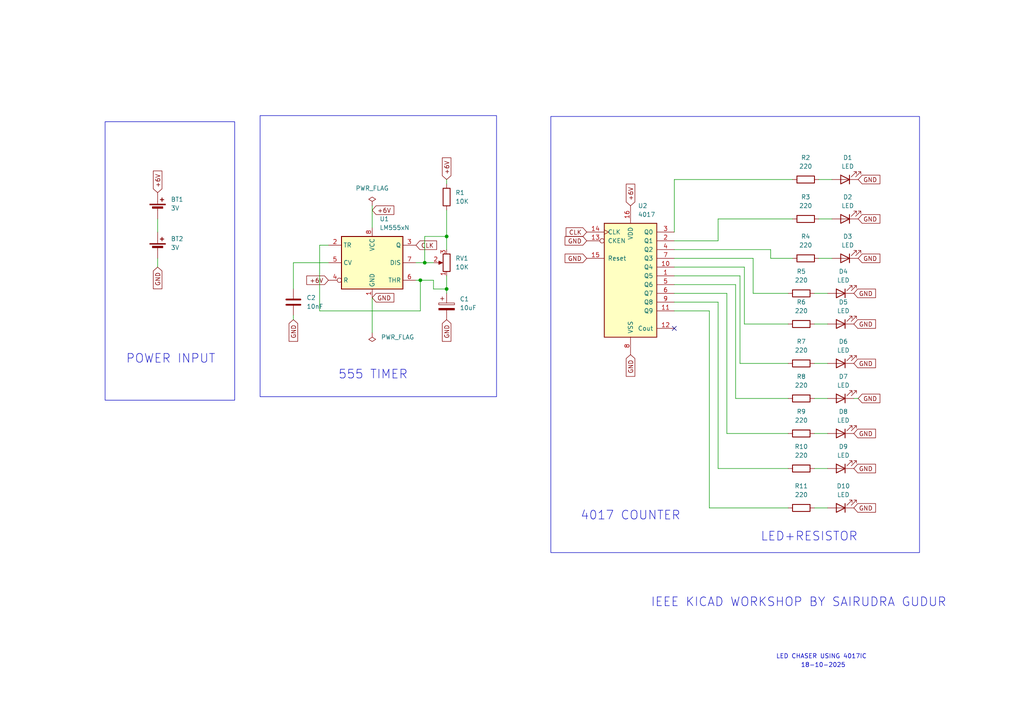
<source format=kicad_sch>
(kicad_sch
	(version 20250114)
	(generator "eeschema")
	(generator_version "9.0")
	(uuid "6d604aa5-6b09-41a4-ad13-b0037b736530")
	(paper "A4")
	(lib_symbols
		(symbol "4xxx:4017"
			(pin_names
				(offset 1.016)
			)
			(exclude_from_sim no)
			(in_bom yes)
			(on_board yes)
			(property "Reference" "U"
				(at -7.62 16.51 0)
				(effects
					(font
						(size 1.27 1.27)
					)
				)
			)
			(property "Value" "4017"
				(at -7.62 -19.05 0)
				(effects
					(font
						(size 1.27 1.27)
					)
				)
			)
			(property "Footprint" ""
				(at 0 0 0)
				(effects
					(font
						(size 1.27 1.27)
					)
					(hide yes)
				)
			)
			(property "Datasheet" "http://www.intersil.com/content/dam/Intersil/documents/cd40/cd4017bms-22bms.pdf"
				(at 0 0 0)
				(effects
					(font
						(size 1.27 1.27)
					)
					(hide yes)
				)
			)
			(property "Description" "Johnson Counter ( 10 outputs )"
				(at 0 0 0)
				(effects
					(font
						(size 1.27 1.27)
					)
					(hide yes)
				)
			)
			(property "ki_locked" ""
				(at 0 0 0)
				(effects
					(font
						(size 1.27 1.27)
					)
				)
			)
			(property "ki_keywords" "CNT CNT10"
				(at 0 0 0)
				(effects
					(font
						(size 1.27 1.27)
					)
					(hide yes)
				)
			)
			(property "ki_fp_filters" "DIP?16*"
				(at 0 0 0)
				(effects
					(font
						(size 1.27 1.27)
					)
					(hide yes)
				)
			)
			(symbol "4017_1_0"
				(pin input clock
					(at -12.7 12.7 0)
					(length 5.08)
					(name "CLK"
						(effects
							(font
								(size 1.27 1.27)
							)
						)
					)
					(number "14"
						(effects
							(font
								(size 1.27 1.27)
							)
						)
					)
				)
				(pin input inverted
					(at -12.7 10.16 0)
					(length 5.08)
					(name "CKEN"
						(effects
							(font
								(size 1.27 1.27)
							)
						)
					)
					(number "13"
						(effects
							(font
								(size 1.27 1.27)
							)
						)
					)
				)
				(pin input line
					(at -12.7 5.08 0)
					(length 5.08)
					(name "Reset"
						(effects
							(font
								(size 1.27 1.27)
							)
						)
					)
					(number "15"
						(effects
							(font
								(size 1.27 1.27)
							)
						)
					)
				)
				(pin power_in line
					(at 0 20.32 270)
					(length 5.08)
					(name "VDD"
						(effects
							(font
								(size 1.27 1.27)
							)
						)
					)
					(number "16"
						(effects
							(font
								(size 1.27 1.27)
							)
						)
					)
				)
				(pin power_in line
					(at 0 -22.86 90)
					(length 5.08)
					(name "VSS"
						(effects
							(font
								(size 1.27 1.27)
							)
						)
					)
					(number "8"
						(effects
							(font
								(size 1.27 1.27)
							)
						)
					)
				)
				(pin output line
					(at 12.7 12.7 180)
					(length 5.08)
					(name "Q0"
						(effects
							(font
								(size 1.27 1.27)
							)
						)
					)
					(number "3"
						(effects
							(font
								(size 1.27 1.27)
							)
						)
					)
				)
				(pin output line
					(at 12.7 10.16 180)
					(length 5.08)
					(name "Q1"
						(effects
							(font
								(size 1.27 1.27)
							)
						)
					)
					(number "2"
						(effects
							(font
								(size 1.27 1.27)
							)
						)
					)
				)
				(pin output line
					(at 12.7 7.62 180)
					(length 5.08)
					(name "Q2"
						(effects
							(font
								(size 1.27 1.27)
							)
						)
					)
					(number "4"
						(effects
							(font
								(size 1.27 1.27)
							)
						)
					)
				)
				(pin output line
					(at 12.7 5.08 180)
					(length 5.08)
					(name "Q3"
						(effects
							(font
								(size 1.27 1.27)
							)
						)
					)
					(number "7"
						(effects
							(font
								(size 1.27 1.27)
							)
						)
					)
				)
				(pin output line
					(at 12.7 2.54 180)
					(length 5.08)
					(name "Q4"
						(effects
							(font
								(size 1.27 1.27)
							)
						)
					)
					(number "10"
						(effects
							(font
								(size 1.27 1.27)
							)
						)
					)
				)
				(pin output line
					(at 12.7 0 180)
					(length 5.08)
					(name "Q5"
						(effects
							(font
								(size 1.27 1.27)
							)
						)
					)
					(number "1"
						(effects
							(font
								(size 1.27 1.27)
							)
						)
					)
				)
				(pin output line
					(at 12.7 -2.54 180)
					(length 5.08)
					(name "Q6"
						(effects
							(font
								(size 1.27 1.27)
							)
						)
					)
					(number "5"
						(effects
							(font
								(size 1.27 1.27)
							)
						)
					)
				)
				(pin output line
					(at 12.7 -5.08 180)
					(length 5.08)
					(name "Q7"
						(effects
							(font
								(size 1.27 1.27)
							)
						)
					)
					(number "6"
						(effects
							(font
								(size 1.27 1.27)
							)
						)
					)
				)
				(pin output line
					(at 12.7 -7.62 180)
					(length 5.08)
					(name "Q8"
						(effects
							(font
								(size 1.27 1.27)
							)
						)
					)
					(number "9"
						(effects
							(font
								(size 1.27 1.27)
							)
						)
					)
				)
				(pin output line
					(at 12.7 -10.16 180)
					(length 5.08)
					(name "Q9"
						(effects
							(font
								(size 1.27 1.27)
							)
						)
					)
					(number "11"
						(effects
							(font
								(size 1.27 1.27)
							)
						)
					)
				)
				(pin output line
					(at 12.7 -15.24 180)
					(length 5.08)
					(name "Cout"
						(effects
							(font
								(size 1.27 1.27)
							)
						)
					)
					(number "12"
						(effects
							(font
								(size 1.27 1.27)
							)
						)
					)
				)
			)
			(symbol "4017_1_1"
				(rectangle
					(start -7.62 15.24)
					(end 7.62 -17.78)
					(stroke
						(width 0.254)
						(type default)
					)
					(fill
						(type background)
					)
				)
			)
			(embedded_fonts no)
		)
		(symbol "Device:Battery_Cell"
			(pin_numbers
				(hide yes)
			)
			(pin_names
				(offset 0)
				(hide yes)
			)
			(exclude_from_sim no)
			(in_bom yes)
			(on_board yes)
			(property "Reference" "BT"
				(at 2.54 2.54 0)
				(effects
					(font
						(size 1.27 1.27)
					)
					(justify left)
				)
			)
			(property "Value" "Battery_Cell"
				(at 2.54 0 0)
				(effects
					(font
						(size 1.27 1.27)
					)
					(justify left)
				)
			)
			(property "Footprint" ""
				(at 0 1.524 90)
				(effects
					(font
						(size 1.27 1.27)
					)
					(hide yes)
				)
			)
			(property "Datasheet" "~"
				(at 0 1.524 90)
				(effects
					(font
						(size 1.27 1.27)
					)
					(hide yes)
				)
			)
			(property "Description" "Single-cell battery"
				(at 0 0 0)
				(effects
					(font
						(size 1.27 1.27)
					)
					(hide yes)
				)
			)
			(property "ki_keywords" "battery cell"
				(at 0 0 0)
				(effects
					(font
						(size 1.27 1.27)
					)
					(hide yes)
				)
			)
			(symbol "Battery_Cell_0_1"
				(rectangle
					(start -2.286 1.778)
					(end 2.286 1.524)
					(stroke
						(width 0)
						(type default)
					)
					(fill
						(type outline)
					)
				)
				(rectangle
					(start -1.524 1.016)
					(end 1.524 0.508)
					(stroke
						(width 0)
						(type default)
					)
					(fill
						(type outline)
					)
				)
				(polyline
					(pts
						(xy 0 1.778) (xy 0 2.54)
					)
					(stroke
						(width 0)
						(type default)
					)
					(fill
						(type none)
					)
				)
				(polyline
					(pts
						(xy 0 0.762) (xy 0 0)
					)
					(stroke
						(width 0)
						(type default)
					)
					(fill
						(type none)
					)
				)
				(polyline
					(pts
						(xy 0.762 3.048) (xy 1.778 3.048)
					)
					(stroke
						(width 0.254)
						(type default)
					)
					(fill
						(type none)
					)
				)
				(polyline
					(pts
						(xy 1.27 3.556) (xy 1.27 2.54)
					)
					(stroke
						(width 0.254)
						(type default)
					)
					(fill
						(type none)
					)
				)
			)
			(symbol "Battery_Cell_1_1"
				(pin passive line
					(at 0 5.08 270)
					(length 2.54)
					(name "+"
						(effects
							(font
								(size 1.27 1.27)
							)
						)
					)
					(number "1"
						(effects
							(font
								(size 1.27 1.27)
							)
						)
					)
				)
				(pin passive line
					(at 0 -2.54 90)
					(length 2.54)
					(name "-"
						(effects
							(font
								(size 1.27 1.27)
							)
						)
					)
					(number "2"
						(effects
							(font
								(size 1.27 1.27)
							)
						)
					)
				)
			)
			(embedded_fonts no)
		)
		(symbol "Device:C"
			(pin_numbers
				(hide yes)
			)
			(pin_names
				(offset 0.254)
			)
			(exclude_from_sim no)
			(in_bom yes)
			(on_board yes)
			(property "Reference" "C"
				(at 0.635 2.54 0)
				(effects
					(font
						(size 1.27 1.27)
					)
					(justify left)
				)
			)
			(property "Value" "C"
				(at 0.635 -2.54 0)
				(effects
					(font
						(size 1.27 1.27)
					)
					(justify left)
				)
			)
			(property "Footprint" ""
				(at 0.9652 -3.81 0)
				(effects
					(font
						(size 1.27 1.27)
					)
					(hide yes)
				)
			)
			(property "Datasheet" "~"
				(at 0 0 0)
				(effects
					(font
						(size 1.27 1.27)
					)
					(hide yes)
				)
			)
			(property "Description" "Unpolarized capacitor"
				(at 0 0 0)
				(effects
					(font
						(size 1.27 1.27)
					)
					(hide yes)
				)
			)
			(property "ki_keywords" "cap capacitor"
				(at 0 0 0)
				(effects
					(font
						(size 1.27 1.27)
					)
					(hide yes)
				)
			)
			(property "ki_fp_filters" "C_*"
				(at 0 0 0)
				(effects
					(font
						(size 1.27 1.27)
					)
					(hide yes)
				)
			)
			(symbol "C_0_1"
				(polyline
					(pts
						(xy -2.032 0.762) (xy 2.032 0.762)
					)
					(stroke
						(width 0.508)
						(type default)
					)
					(fill
						(type none)
					)
				)
				(polyline
					(pts
						(xy -2.032 -0.762) (xy 2.032 -0.762)
					)
					(stroke
						(width 0.508)
						(type default)
					)
					(fill
						(type none)
					)
				)
			)
			(symbol "C_1_1"
				(pin passive line
					(at 0 3.81 270)
					(length 2.794)
					(name "~"
						(effects
							(font
								(size 1.27 1.27)
							)
						)
					)
					(number "1"
						(effects
							(font
								(size 1.27 1.27)
							)
						)
					)
				)
				(pin passive line
					(at 0 -3.81 90)
					(length 2.794)
					(name "~"
						(effects
							(font
								(size 1.27 1.27)
							)
						)
					)
					(number "2"
						(effects
							(font
								(size 1.27 1.27)
							)
						)
					)
				)
			)
			(embedded_fonts no)
		)
		(symbol "Device:C_Polarized"
			(pin_numbers
				(hide yes)
			)
			(pin_names
				(offset 0.254)
			)
			(exclude_from_sim no)
			(in_bom yes)
			(on_board yes)
			(property "Reference" "C"
				(at 0.635 2.54 0)
				(effects
					(font
						(size 1.27 1.27)
					)
					(justify left)
				)
			)
			(property "Value" "C_Polarized"
				(at 0.635 -2.54 0)
				(effects
					(font
						(size 1.27 1.27)
					)
					(justify left)
				)
			)
			(property "Footprint" ""
				(at 0.9652 -3.81 0)
				(effects
					(font
						(size 1.27 1.27)
					)
					(hide yes)
				)
			)
			(property "Datasheet" "~"
				(at 0 0 0)
				(effects
					(font
						(size 1.27 1.27)
					)
					(hide yes)
				)
			)
			(property "Description" "Polarized capacitor"
				(at 0 0 0)
				(effects
					(font
						(size 1.27 1.27)
					)
					(hide yes)
				)
			)
			(property "ki_keywords" "cap capacitor"
				(at 0 0 0)
				(effects
					(font
						(size 1.27 1.27)
					)
					(hide yes)
				)
			)
			(property "ki_fp_filters" "CP_*"
				(at 0 0 0)
				(effects
					(font
						(size 1.27 1.27)
					)
					(hide yes)
				)
			)
			(symbol "C_Polarized_0_1"
				(rectangle
					(start -2.286 0.508)
					(end 2.286 1.016)
					(stroke
						(width 0)
						(type default)
					)
					(fill
						(type none)
					)
				)
				(polyline
					(pts
						(xy -1.778 2.286) (xy -0.762 2.286)
					)
					(stroke
						(width 0)
						(type default)
					)
					(fill
						(type none)
					)
				)
				(polyline
					(pts
						(xy -1.27 2.794) (xy -1.27 1.778)
					)
					(stroke
						(width 0)
						(type default)
					)
					(fill
						(type none)
					)
				)
				(rectangle
					(start 2.286 -0.508)
					(end -2.286 -1.016)
					(stroke
						(width 0)
						(type default)
					)
					(fill
						(type outline)
					)
				)
			)
			(symbol "C_Polarized_1_1"
				(pin passive line
					(at 0 3.81 270)
					(length 2.794)
					(name "~"
						(effects
							(font
								(size 1.27 1.27)
							)
						)
					)
					(number "1"
						(effects
							(font
								(size 1.27 1.27)
							)
						)
					)
				)
				(pin passive line
					(at 0 -3.81 90)
					(length 2.794)
					(name "~"
						(effects
							(font
								(size 1.27 1.27)
							)
						)
					)
					(number "2"
						(effects
							(font
								(size 1.27 1.27)
							)
						)
					)
				)
			)
			(embedded_fonts no)
		)
		(symbol "Device:LED"
			(pin_numbers
				(hide yes)
			)
			(pin_names
				(offset 1.016)
				(hide yes)
			)
			(exclude_from_sim no)
			(in_bom yes)
			(on_board yes)
			(property "Reference" "D"
				(at 0 2.54 0)
				(effects
					(font
						(size 1.27 1.27)
					)
				)
			)
			(property "Value" "LED"
				(at 0 -2.54 0)
				(effects
					(font
						(size 1.27 1.27)
					)
				)
			)
			(property "Footprint" ""
				(at 0 0 0)
				(effects
					(font
						(size 1.27 1.27)
					)
					(hide yes)
				)
			)
			(property "Datasheet" "~"
				(at 0 0 0)
				(effects
					(font
						(size 1.27 1.27)
					)
					(hide yes)
				)
			)
			(property "Description" "Light emitting diode"
				(at 0 0 0)
				(effects
					(font
						(size 1.27 1.27)
					)
					(hide yes)
				)
			)
			(property "Sim.Pins" "1=K 2=A"
				(at 0 0 0)
				(effects
					(font
						(size 1.27 1.27)
					)
					(hide yes)
				)
			)
			(property "ki_keywords" "LED diode"
				(at 0 0 0)
				(effects
					(font
						(size 1.27 1.27)
					)
					(hide yes)
				)
			)
			(property "ki_fp_filters" "LED* LED_SMD:* LED_THT:*"
				(at 0 0 0)
				(effects
					(font
						(size 1.27 1.27)
					)
					(hide yes)
				)
			)
			(symbol "LED_0_1"
				(polyline
					(pts
						(xy -3.048 -0.762) (xy -4.572 -2.286) (xy -3.81 -2.286) (xy -4.572 -2.286) (xy -4.572 -1.524)
					)
					(stroke
						(width 0)
						(type default)
					)
					(fill
						(type none)
					)
				)
				(polyline
					(pts
						(xy -1.778 -0.762) (xy -3.302 -2.286) (xy -2.54 -2.286) (xy -3.302 -2.286) (xy -3.302 -1.524)
					)
					(stroke
						(width 0)
						(type default)
					)
					(fill
						(type none)
					)
				)
				(polyline
					(pts
						(xy -1.27 0) (xy 1.27 0)
					)
					(stroke
						(width 0)
						(type default)
					)
					(fill
						(type none)
					)
				)
				(polyline
					(pts
						(xy -1.27 -1.27) (xy -1.27 1.27)
					)
					(stroke
						(width 0.254)
						(type default)
					)
					(fill
						(type none)
					)
				)
				(polyline
					(pts
						(xy 1.27 -1.27) (xy 1.27 1.27) (xy -1.27 0) (xy 1.27 -1.27)
					)
					(stroke
						(width 0.254)
						(type default)
					)
					(fill
						(type none)
					)
				)
			)
			(symbol "LED_1_1"
				(pin passive line
					(at -3.81 0 0)
					(length 2.54)
					(name "K"
						(effects
							(font
								(size 1.27 1.27)
							)
						)
					)
					(number "1"
						(effects
							(font
								(size 1.27 1.27)
							)
						)
					)
				)
				(pin passive line
					(at 3.81 0 180)
					(length 2.54)
					(name "A"
						(effects
							(font
								(size 1.27 1.27)
							)
						)
					)
					(number "2"
						(effects
							(font
								(size 1.27 1.27)
							)
						)
					)
				)
			)
			(embedded_fonts no)
		)
		(symbol "Device:R"
			(pin_numbers
				(hide yes)
			)
			(pin_names
				(offset 0)
			)
			(exclude_from_sim no)
			(in_bom yes)
			(on_board yes)
			(property "Reference" "R"
				(at 2.032 0 90)
				(effects
					(font
						(size 1.27 1.27)
					)
				)
			)
			(property "Value" "R"
				(at 0 0 90)
				(effects
					(font
						(size 1.27 1.27)
					)
				)
			)
			(property "Footprint" ""
				(at -1.778 0 90)
				(effects
					(font
						(size 1.27 1.27)
					)
					(hide yes)
				)
			)
			(property "Datasheet" "~"
				(at 0 0 0)
				(effects
					(font
						(size 1.27 1.27)
					)
					(hide yes)
				)
			)
			(property "Description" "Resistor"
				(at 0 0 0)
				(effects
					(font
						(size 1.27 1.27)
					)
					(hide yes)
				)
			)
			(property "ki_keywords" "R res resistor"
				(at 0 0 0)
				(effects
					(font
						(size 1.27 1.27)
					)
					(hide yes)
				)
			)
			(property "ki_fp_filters" "R_*"
				(at 0 0 0)
				(effects
					(font
						(size 1.27 1.27)
					)
					(hide yes)
				)
			)
			(symbol "R_0_1"
				(rectangle
					(start -1.016 -2.54)
					(end 1.016 2.54)
					(stroke
						(width 0.254)
						(type default)
					)
					(fill
						(type none)
					)
				)
			)
			(symbol "R_1_1"
				(pin passive line
					(at 0 3.81 270)
					(length 1.27)
					(name "~"
						(effects
							(font
								(size 1.27 1.27)
							)
						)
					)
					(number "1"
						(effects
							(font
								(size 1.27 1.27)
							)
						)
					)
				)
				(pin passive line
					(at 0 -3.81 90)
					(length 1.27)
					(name "~"
						(effects
							(font
								(size 1.27 1.27)
							)
						)
					)
					(number "2"
						(effects
							(font
								(size 1.27 1.27)
							)
						)
					)
				)
			)
			(embedded_fonts no)
		)
		(symbol "Device:R_Potentiometer"
			(pin_names
				(offset 1.016)
				(hide yes)
			)
			(exclude_from_sim no)
			(in_bom yes)
			(on_board yes)
			(property "Reference" "RV"
				(at -4.445 0 90)
				(effects
					(font
						(size 1.27 1.27)
					)
				)
			)
			(property "Value" "R_Potentiometer"
				(at -2.54 0 90)
				(effects
					(font
						(size 1.27 1.27)
					)
				)
			)
			(property "Footprint" ""
				(at 0 0 0)
				(effects
					(font
						(size 1.27 1.27)
					)
					(hide yes)
				)
			)
			(property "Datasheet" "~"
				(at 0 0 0)
				(effects
					(font
						(size 1.27 1.27)
					)
					(hide yes)
				)
			)
			(property "Description" "Potentiometer"
				(at 0 0 0)
				(effects
					(font
						(size 1.27 1.27)
					)
					(hide yes)
				)
			)
			(property "ki_keywords" "resistor variable"
				(at 0 0 0)
				(effects
					(font
						(size 1.27 1.27)
					)
					(hide yes)
				)
			)
			(property "ki_fp_filters" "Potentiometer*"
				(at 0 0 0)
				(effects
					(font
						(size 1.27 1.27)
					)
					(hide yes)
				)
			)
			(symbol "R_Potentiometer_0_1"
				(rectangle
					(start 1.016 2.54)
					(end -1.016 -2.54)
					(stroke
						(width 0.254)
						(type default)
					)
					(fill
						(type none)
					)
				)
				(polyline
					(pts
						(xy 1.143 0) (xy 2.286 0.508) (xy 2.286 -0.508) (xy 1.143 0)
					)
					(stroke
						(width 0)
						(type default)
					)
					(fill
						(type outline)
					)
				)
				(polyline
					(pts
						(xy 2.54 0) (xy 1.524 0)
					)
					(stroke
						(width 0)
						(type default)
					)
					(fill
						(type none)
					)
				)
			)
			(symbol "R_Potentiometer_1_1"
				(pin passive line
					(at 0 3.81 270)
					(length 1.27)
					(name "1"
						(effects
							(font
								(size 1.27 1.27)
							)
						)
					)
					(number "1"
						(effects
							(font
								(size 1.27 1.27)
							)
						)
					)
				)
				(pin passive line
					(at 0 -3.81 90)
					(length 1.27)
					(name "3"
						(effects
							(font
								(size 1.27 1.27)
							)
						)
					)
					(number "3"
						(effects
							(font
								(size 1.27 1.27)
							)
						)
					)
				)
				(pin passive line
					(at 3.81 0 180)
					(length 1.27)
					(name "2"
						(effects
							(font
								(size 1.27 1.27)
							)
						)
					)
					(number "2"
						(effects
							(font
								(size 1.27 1.27)
							)
						)
					)
				)
			)
			(embedded_fonts no)
		)
		(symbol "Timer:LM555xN"
			(exclude_from_sim no)
			(in_bom yes)
			(on_board yes)
			(property "Reference" "U"
				(at -10.16 8.89 0)
				(effects
					(font
						(size 1.27 1.27)
					)
					(justify left)
				)
			)
			(property "Value" "LM555xN"
				(at 2.54 8.89 0)
				(effects
					(font
						(size 1.27 1.27)
					)
					(justify left)
				)
			)
			(property "Footprint" "Package_DIP:DIP-8_W7.62mm"
				(at 16.51 -10.16 0)
				(effects
					(font
						(size 1.27 1.27)
					)
					(hide yes)
				)
			)
			(property "Datasheet" "http://www.ti.com/lit/ds/symlink/lm555.pdf"
				(at 21.59 -10.16 0)
				(effects
					(font
						(size 1.27 1.27)
					)
					(hide yes)
				)
			)
			(property "Description" "Timer, 555 compatible, PDIP-8"
				(at 0 0 0)
				(effects
					(font
						(size 1.27 1.27)
					)
					(hide yes)
				)
			)
			(property "ki_keywords" "single timer 555"
				(at 0 0 0)
				(effects
					(font
						(size 1.27 1.27)
					)
					(hide yes)
				)
			)
			(property "ki_fp_filters" "DIP*W7.62mm*"
				(at 0 0 0)
				(effects
					(font
						(size 1.27 1.27)
					)
					(hide yes)
				)
			)
			(symbol "LM555xN_0_0"
				(pin power_in line
					(at 0 10.16 270)
					(length 2.54)
					(name "VCC"
						(effects
							(font
								(size 1.27 1.27)
							)
						)
					)
					(number "8"
						(effects
							(font
								(size 1.27 1.27)
							)
						)
					)
				)
				(pin power_in line
					(at 0 -10.16 90)
					(length 2.54)
					(name "GND"
						(effects
							(font
								(size 1.27 1.27)
							)
						)
					)
					(number "1"
						(effects
							(font
								(size 1.27 1.27)
							)
						)
					)
				)
			)
			(symbol "LM555xN_0_1"
				(rectangle
					(start -8.89 -7.62)
					(end 8.89 7.62)
					(stroke
						(width 0.254)
						(type default)
					)
					(fill
						(type background)
					)
				)
				(rectangle
					(start -8.89 -7.62)
					(end 8.89 7.62)
					(stroke
						(width 0.254)
						(type default)
					)
					(fill
						(type background)
					)
				)
			)
			(symbol "LM555xN_1_1"
				(pin input line
					(at -12.7 5.08 0)
					(length 3.81)
					(name "TR"
						(effects
							(font
								(size 1.27 1.27)
							)
						)
					)
					(number "2"
						(effects
							(font
								(size 1.27 1.27)
							)
						)
					)
				)
				(pin input line
					(at -12.7 0 0)
					(length 3.81)
					(name "CV"
						(effects
							(font
								(size 1.27 1.27)
							)
						)
					)
					(number "5"
						(effects
							(font
								(size 1.27 1.27)
							)
						)
					)
				)
				(pin input inverted
					(at -12.7 -5.08 0)
					(length 3.81)
					(name "R"
						(effects
							(font
								(size 1.27 1.27)
							)
						)
					)
					(number "4"
						(effects
							(font
								(size 1.27 1.27)
							)
						)
					)
				)
				(pin output line
					(at 12.7 5.08 180)
					(length 3.81)
					(name "Q"
						(effects
							(font
								(size 1.27 1.27)
							)
						)
					)
					(number "3"
						(effects
							(font
								(size 1.27 1.27)
							)
						)
					)
				)
				(pin input line
					(at 12.7 0 180)
					(length 3.81)
					(name "DIS"
						(effects
							(font
								(size 1.27 1.27)
							)
						)
					)
					(number "7"
						(effects
							(font
								(size 1.27 1.27)
							)
						)
					)
				)
				(pin input line
					(at 12.7 -5.08 180)
					(length 3.81)
					(name "THR"
						(effects
							(font
								(size 1.27 1.27)
							)
						)
					)
					(number "6"
						(effects
							(font
								(size 1.27 1.27)
							)
						)
					)
				)
			)
			(embedded_fonts no)
		)
		(symbol "power:PWR_FLAG"
			(power)
			(pin_numbers
				(hide yes)
			)
			(pin_names
				(offset 0)
				(hide yes)
			)
			(exclude_from_sim no)
			(in_bom yes)
			(on_board yes)
			(property "Reference" "#FLG"
				(at 0 1.905 0)
				(effects
					(font
						(size 1.27 1.27)
					)
					(hide yes)
				)
			)
			(property "Value" "PWR_FLAG"
				(at 0 3.81 0)
				(effects
					(font
						(size 1.27 1.27)
					)
				)
			)
			(property "Footprint" ""
				(at 0 0 0)
				(effects
					(font
						(size 1.27 1.27)
					)
					(hide yes)
				)
			)
			(property "Datasheet" "~"
				(at 0 0 0)
				(effects
					(font
						(size 1.27 1.27)
					)
					(hide yes)
				)
			)
			(property "Description" "Special symbol for telling ERC where power comes from"
				(at 0 0 0)
				(effects
					(font
						(size 1.27 1.27)
					)
					(hide yes)
				)
			)
			(property "ki_keywords" "flag power"
				(at 0 0 0)
				(effects
					(font
						(size 1.27 1.27)
					)
					(hide yes)
				)
			)
			(symbol "PWR_FLAG_0_0"
				(pin power_out line
					(at 0 0 90)
					(length 0)
					(name "~"
						(effects
							(font
								(size 1.27 1.27)
							)
						)
					)
					(number "1"
						(effects
							(font
								(size 1.27 1.27)
							)
						)
					)
				)
			)
			(symbol "PWR_FLAG_0_1"
				(polyline
					(pts
						(xy 0 0) (xy 0 1.27) (xy -1.016 1.905) (xy 0 2.54) (xy 1.016 1.905) (xy 0 1.27)
					)
					(stroke
						(width 0)
						(type default)
					)
					(fill
						(type none)
					)
				)
			)
			(embedded_fonts no)
		)
	)
	(rectangle
		(start 159.766 33.782)
		(end 266.7 160.274)
		(stroke
			(width 0)
			(type default)
		)
		(fill
			(type none)
		)
		(uuid 3a52d017-ee67-4242-8695-3a9bd27a3eae)
	)
	(rectangle
		(start 30.48 35.306)
		(end 68.072 116.078)
		(stroke
			(width 0)
			(type default)
		)
		(fill
			(type none)
		)
		(uuid 3c2daeda-902a-4f68-96a7-d6a466240ff2)
	)
	(rectangle
		(start 75.438 33.528)
		(end 144.018 115.062)
		(stroke
			(width 0)
			(type default)
		)
		(fill
			(type none)
		)
		(uuid 6706b684-9508-44e6-b749-127c36cb478c)
	)
	(text "POWER INPUT"
		(exclude_from_sim no)
		(at 49.53 104.14 0)
		(effects
			(font
				(size 2.54 2.54)
			)
		)
		(uuid "347ba88c-0bdb-438e-9e16-7b68ba0a8341")
	)
	(text "18-10-2025"
		(exclude_from_sim no)
		(at 238.76 193.04 0)
		(effects
			(font
				(size 1.27 1.27)
			)
		)
		(uuid "38b35811-da51-4043-89f9-72a0c6f26c40")
	)
	(text "LED+RESISTOR"
		(exclude_from_sim no)
		(at 234.696 155.702 0)
		(effects
			(font
				(size 2.54 2.54)
			)
		)
		(uuid "7a73175e-4724-4a70-8fd3-a190c84feb97")
	)
	(text "IEEE KICAD WORKSHOP BY SAIRUDRA GUDUR"
		(exclude_from_sim no)
		(at 231.648 174.752 0)
		(effects
			(font
				(size 2.54 2.54)
			)
		)
		(uuid "a009d166-9009-4f3c-8896-610bc778cc41")
	)
	(text "LED CHASER USING 4017IC\n"
		(exclude_from_sim no)
		(at 238.252 190.5 0)
		(effects
			(font
				(size 1.27 1.27)
			)
		)
		(uuid "bdb5d9a5-e945-4821-8c77-457a80273642")
	)
	(text "555 TIMER"
		(exclude_from_sim no)
		(at 108.204 108.712 0)
		(effects
			(font
				(size 2.54 2.54)
			)
		)
		(uuid "cf3ac08d-1fce-423d-b1f0-a18c0fd02810")
	)
	(text "4017 COUNTER"
		(exclude_from_sim no)
		(at 182.88 149.606 0)
		(effects
			(font
				(size 2.54 2.54)
			)
		)
		(uuid "dbe65144-f2cf-4ed5-bfe5-447f9974da27")
	)
	(junction
		(at 123.19 76.2)
		(diameter 0)
		(color 0 0 0 0)
		(uuid "526e50be-95c6-445b-b649-7ac559504757")
	)
	(junction
		(at 129.54 83.82)
		(diameter 0)
		(color 0 0 0 0)
		(uuid "52761d97-eec7-45a2-a76e-dedb2be6897f")
	)
	(junction
		(at 121.92 81.28)
		(diameter 0)
		(color 0 0 0 0)
		(uuid "96929595-7190-463d-8333-7035bef994bf")
	)
	(junction
		(at 129.54 68.58)
		(diameter 0)
		(color 0 0 0 0)
		(uuid "ba57a37f-f4a4-49f5-b79d-ccbdc9acb8c8")
	)
	(no_connect
		(at 195.58 95.25)
		(uuid "2c4d5f67-1944-4b78-9aca-d1d1bf8ba6fa")
	)
	(wire
		(pts
			(xy 236.22 105.41) (xy 240.03 105.41)
		)
		(stroke
			(width 0)
			(type default)
		)
		(uuid "0d8380a5-09d9-4996-bfac-07b55c650f27")
	)
	(wire
		(pts
			(xy 121.92 81.28) (xy 125.73 81.28)
		)
		(stroke
			(width 0)
			(type default)
		)
		(uuid "117f59e2-c4ee-4f5c-bf8f-fa71ec0dbc78")
	)
	(wire
		(pts
			(xy 210.82 85.09) (xy 210.82 125.73)
		)
		(stroke
			(width 0)
			(type default)
		)
		(uuid "16894812-b5bd-40a1-b0c0-3b9392a8b91b")
	)
	(wire
		(pts
			(xy 213.36 82.55) (xy 213.36 115.57)
		)
		(stroke
			(width 0)
			(type default)
		)
		(uuid "21f941b1-baf6-4eaa-a15d-e604d5ee76a7")
	)
	(wire
		(pts
			(xy 95.25 76.2) (xy 85.09 76.2)
		)
		(stroke
			(width 0)
			(type default)
		)
		(uuid "2283e692-2bbf-4ef0-9b52-a8b6f6eeb783")
	)
	(wire
		(pts
			(xy 195.58 82.55) (xy 213.36 82.55)
		)
		(stroke
			(width 0)
			(type default)
		)
		(uuid "238aca5b-9326-48c4-9fc3-21d3919f3b0e")
	)
	(wire
		(pts
			(xy 236.22 93.98) (xy 240.03 93.98)
		)
		(stroke
			(width 0)
			(type default)
		)
		(uuid "28c6fa23-58e6-4461-b292-d8ef4383844f")
	)
	(wire
		(pts
			(xy 236.22 125.73) (xy 240.03 125.73)
		)
		(stroke
			(width 0)
			(type default)
		)
		(uuid "2f42be8a-558a-4a6c-8f5d-6dd2e1b97682")
	)
	(wire
		(pts
			(xy 236.22 135.89) (xy 240.03 135.89)
		)
		(stroke
			(width 0)
			(type default)
		)
		(uuid "312c455d-7193-485a-b982-ff6a27cea713")
	)
	(wire
		(pts
			(xy 129.54 80.01) (xy 129.54 83.82)
		)
		(stroke
			(width 0)
			(type default)
		)
		(uuid "32fcdf89-014c-4822-b791-48fa37ff778f")
	)
	(wire
		(pts
			(xy 218.44 74.93) (xy 218.44 85.09)
		)
		(stroke
			(width 0)
			(type default)
		)
		(uuid "33398c6f-f7ca-4733-841c-24a843411f58")
	)
	(wire
		(pts
			(xy 195.58 67.31) (xy 195.58 52.07)
		)
		(stroke
			(width 0)
			(type default)
		)
		(uuid "35c434b5-819b-42f3-9363-b546b815c9f3")
	)
	(wire
		(pts
			(xy 195.58 90.17) (xy 205.74 90.17)
		)
		(stroke
			(width 0)
			(type default)
		)
		(uuid "3d523b62-a579-441c-a7aa-fcaa0661438b")
	)
	(wire
		(pts
			(xy 223.52 72.39) (xy 223.52 74.93)
		)
		(stroke
			(width 0)
			(type default)
		)
		(uuid "3dff25de-b813-45f8-8449-dccf9c02cdbf")
	)
	(wire
		(pts
			(xy 92.71 71.12) (xy 92.71 90.17)
		)
		(stroke
			(width 0)
			(type default)
		)
		(uuid "3f21b365-533b-46f7-87e4-df7de61ce207")
	)
	(wire
		(pts
			(xy 195.58 80.01) (xy 214.63 80.01)
		)
		(stroke
			(width 0)
			(type default)
		)
		(uuid "3ffca535-930b-4d88-bd77-10d35403ffa6")
	)
	(wire
		(pts
			(xy 195.58 85.09) (xy 210.82 85.09)
		)
		(stroke
			(width 0)
			(type default)
		)
		(uuid "47159b15-7f37-40c9-9510-7c8f15c01c28")
	)
	(wire
		(pts
			(xy 195.58 77.47) (xy 215.9 77.47)
		)
		(stroke
			(width 0)
			(type default)
		)
		(uuid "4b416c27-1868-4ad6-9541-14b7df412965")
	)
	(wire
		(pts
			(xy 208.28 63.5) (xy 229.87 63.5)
		)
		(stroke
			(width 0)
			(type default)
		)
		(uuid "4fd815d0-a493-4f4b-b2fd-4c28425dff1d")
	)
	(wire
		(pts
			(xy 125.73 83.82) (xy 129.54 83.82)
		)
		(stroke
			(width 0)
			(type default)
		)
		(uuid "55fc1019-667e-45cb-802d-bc34e0d2abe5")
	)
	(wire
		(pts
			(xy 195.58 74.93) (xy 218.44 74.93)
		)
		(stroke
			(width 0)
			(type default)
		)
		(uuid "5cac3f20-1088-4874-a43c-825b36640a86")
	)
	(wire
		(pts
			(xy 236.22 85.09) (xy 240.03 85.09)
		)
		(stroke
			(width 0)
			(type default)
		)
		(uuid "5e5dcae7-acc4-4254-8595-40b299db550e")
	)
	(wire
		(pts
			(xy 208.28 69.85) (xy 208.28 63.5)
		)
		(stroke
			(width 0)
			(type default)
		)
		(uuid "61c4ca5f-775e-4abc-b6eb-f662764a65d2")
	)
	(wire
		(pts
			(xy 129.54 60.96) (xy 129.54 68.58)
		)
		(stroke
			(width 0)
			(type default)
		)
		(uuid "62f8e819-1c9c-4297-aa0b-9230bcbe6a1c")
	)
	(wire
		(pts
			(xy 195.58 69.85) (xy 208.28 69.85)
		)
		(stroke
			(width 0)
			(type default)
		)
		(uuid "65abb9f2-0a8f-4896-bef3-fca129acd2cf")
	)
	(wire
		(pts
			(xy 223.52 74.93) (xy 229.87 74.93)
		)
		(stroke
			(width 0)
			(type default)
		)
		(uuid "65c72ced-0d66-49e2-9c3c-e745cd79a845")
	)
	(wire
		(pts
			(xy 236.22 147.32) (xy 240.03 147.32)
		)
		(stroke
			(width 0)
			(type default)
		)
		(uuid "6d901ef1-8792-4be2-b236-92275b322722")
	)
	(wire
		(pts
			(xy 237.49 52.07) (xy 241.3 52.07)
		)
		(stroke
			(width 0)
			(type default)
		)
		(uuid "6ef531cb-6869-41c3-84c0-bc371f58ad45")
	)
	(wire
		(pts
			(xy 92.71 90.17) (xy 121.92 90.17)
		)
		(stroke
			(width 0)
			(type default)
		)
		(uuid "7be8a8f0-773a-4552-82ef-9947edac6eda")
	)
	(wire
		(pts
			(xy 195.58 72.39) (xy 223.52 72.39)
		)
		(stroke
			(width 0)
			(type default)
		)
		(uuid "7d029a5e-0d54-4cae-a464-5526ac014c52")
	)
	(wire
		(pts
			(xy 247.65 115.57) (xy 248.92 115.57)
		)
		(stroke
			(width 0)
			(type default)
		)
		(uuid "86360cf3-0c18-461e-a3d6-cbc89fa2289b")
	)
	(wire
		(pts
			(xy 125.73 81.28) (xy 125.73 83.82)
		)
		(stroke
			(width 0)
			(type default)
		)
		(uuid "887d53aa-1ed1-4a52-8ac8-d01d4409c55c")
	)
	(wire
		(pts
			(xy 208.28 87.63) (xy 208.28 135.89)
		)
		(stroke
			(width 0)
			(type default)
		)
		(uuid "889df281-9147-424d-8ceb-95aca3aa5ecd")
	)
	(wire
		(pts
			(xy 85.09 76.2) (xy 85.09 83.82)
		)
		(stroke
			(width 0)
			(type default)
		)
		(uuid "8b1d7bd2-f078-4b3e-b459-c597524e8b6d")
	)
	(wire
		(pts
			(xy 121.92 81.28) (xy 121.92 90.17)
		)
		(stroke
			(width 0)
			(type default)
		)
		(uuid "8b1f3137-45a6-4c0f-b347-4b91863264c3")
	)
	(wire
		(pts
			(xy 210.82 125.73) (xy 228.6 125.73)
		)
		(stroke
			(width 0)
			(type default)
		)
		(uuid "93f0b459-445e-4946-942e-2a5c127b0a5b")
	)
	(wire
		(pts
			(xy 215.9 93.98) (xy 228.6 93.98)
		)
		(stroke
			(width 0)
			(type default)
		)
		(uuid "96e01269-0a4f-4006-8022-70ad90eb42cb")
	)
	(wire
		(pts
			(xy 45.72 74.93) (xy 45.72 77.47)
		)
		(stroke
			(width 0)
			(type default)
		)
		(uuid "9b6ea1fb-57c5-438b-a7dc-fbac50e4bc31")
	)
	(wire
		(pts
			(xy 107.95 59.69) (xy 107.95 66.04)
		)
		(stroke
			(width 0)
			(type default)
		)
		(uuid "9fe4476b-fbcb-4807-98dc-de1236ae3dce")
	)
	(wire
		(pts
			(xy 208.28 135.89) (xy 228.6 135.89)
		)
		(stroke
			(width 0)
			(type default)
		)
		(uuid "a39aa21b-40cb-4826-ac8b-2fe159f1dd18")
	)
	(wire
		(pts
			(xy 214.63 105.41) (xy 228.6 105.41)
		)
		(stroke
			(width 0)
			(type default)
		)
		(uuid "a3b45def-39d6-484e-9715-e4891c44ba41")
	)
	(wire
		(pts
			(xy 237.49 74.93) (xy 241.3 74.93)
		)
		(stroke
			(width 0)
			(type default)
		)
		(uuid "a47ab49f-dee6-4ca4-a046-35263be36d48")
	)
	(wire
		(pts
			(xy 237.49 63.5) (xy 241.3 63.5)
		)
		(stroke
			(width 0)
			(type default)
		)
		(uuid "a99b7b2e-5b66-4f83-9213-2637e38f3656")
	)
	(wire
		(pts
			(xy 129.54 83.82) (xy 129.54 85.09)
		)
		(stroke
			(width 0)
			(type default)
		)
		(uuid "ae715f18-f049-49ec-aa3b-6f81b802f229")
	)
	(wire
		(pts
			(xy 123.19 76.2) (xy 125.73 76.2)
		)
		(stroke
			(width 0)
			(type default)
		)
		(uuid "b0bac778-987a-4595-85fd-efdd421c9e25")
	)
	(wire
		(pts
			(xy 107.95 86.36) (xy 107.95 96.52)
		)
		(stroke
			(width 0)
			(type default)
		)
		(uuid "b3ca162c-ed36-4157-a08d-eb7341291744")
	)
	(wire
		(pts
			(xy 236.22 115.57) (xy 240.03 115.57)
		)
		(stroke
			(width 0)
			(type default)
		)
		(uuid "b5f576fa-5c63-4198-b792-d11fe212a52c")
	)
	(wire
		(pts
			(xy 95.25 71.12) (xy 92.71 71.12)
		)
		(stroke
			(width 0)
			(type default)
		)
		(uuid "b6bacce7-58ec-44bf-96dc-535e6c02effe")
	)
	(wire
		(pts
			(xy 214.63 80.01) (xy 214.63 105.41)
		)
		(stroke
			(width 0)
			(type default)
		)
		(uuid "bc013685-8fce-43ce-a182-d47d0af75a54")
	)
	(wire
		(pts
			(xy 123.19 68.58) (xy 129.54 68.58)
		)
		(stroke
			(width 0)
			(type default)
		)
		(uuid "bc06445e-0c20-4590-aff9-8dea1c3b4c0e")
	)
	(wire
		(pts
			(xy 45.72 63.5) (xy 45.72 67.31)
		)
		(stroke
			(width 0)
			(type default)
		)
		(uuid "c24e0ebd-2df2-4e26-ab7f-e04880f6bf33")
	)
	(wire
		(pts
			(xy 213.36 115.57) (xy 228.6 115.57)
		)
		(stroke
			(width 0)
			(type default)
		)
		(uuid "cc6d6a9b-37ca-44ef-ad28-7ec4e211e9ef")
	)
	(wire
		(pts
			(xy 129.54 53.34) (xy 129.54 52.07)
		)
		(stroke
			(width 0)
			(type default)
		)
		(uuid "ccf1c0dd-e7db-481f-8952-67c78a1af962")
	)
	(wire
		(pts
			(xy 205.74 147.32) (xy 228.6 147.32)
		)
		(stroke
			(width 0)
			(type default)
		)
		(uuid "cd15dee1-454a-403c-9e44-7c9e21e79441")
	)
	(wire
		(pts
			(xy 205.74 90.17) (xy 205.74 147.32)
		)
		(stroke
			(width 0)
			(type default)
		)
		(uuid "d1382397-3b5b-493e-973f-f43f99cebd1f")
	)
	(wire
		(pts
			(xy 218.44 85.09) (xy 228.6 85.09)
		)
		(stroke
			(width 0)
			(type default)
		)
		(uuid "d177c46f-7e1c-4665-90e8-0e4f81825be0")
	)
	(wire
		(pts
			(xy 129.54 68.58) (xy 129.54 72.39)
		)
		(stroke
			(width 0)
			(type default)
		)
		(uuid "d6564899-758a-467d-9b18-7fc924b36831")
	)
	(wire
		(pts
			(xy 123.19 76.2) (xy 123.19 68.58)
		)
		(stroke
			(width 0)
			(type default)
		)
		(uuid "d91bd8d9-2ebf-45f0-a255-11758486ad30")
	)
	(wire
		(pts
			(xy 195.58 87.63) (xy 208.28 87.63)
		)
		(stroke
			(width 0)
			(type default)
		)
		(uuid "e205c118-25db-4d26-995b-e2917688e609")
	)
	(wire
		(pts
			(xy 195.58 52.07) (xy 229.87 52.07)
		)
		(stroke
			(width 0)
			(type default)
		)
		(uuid "e296588d-5a43-428c-a72c-ba1e01d3a9b1")
	)
	(wire
		(pts
			(xy 85.09 91.44) (xy 85.09 92.71)
		)
		(stroke
			(width 0)
			(type default)
		)
		(uuid "ed1deb2f-1976-4083-9ec9-26e1043180a3")
	)
	(wire
		(pts
			(xy 120.65 76.2) (xy 123.19 76.2)
		)
		(stroke
			(width 0)
			(type default)
		)
		(uuid "f1478573-e2a1-44db-aeff-741adef8207c")
	)
	(wire
		(pts
			(xy 215.9 77.47) (xy 215.9 93.98)
		)
		(stroke
			(width 0)
			(type default)
		)
		(uuid "f444d0a6-5345-4618-a1cc-10b3e029a961")
	)
	(wire
		(pts
			(xy 120.65 81.28) (xy 121.92 81.28)
		)
		(stroke
			(width 0)
			(type default)
		)
		(uuid "fcb3b8da-6e82-48e9-a89f-256470cad3d4")
	)
	(global_label "GND"
		(shape input)
		(at 45.72 77.47 270)
		(fields_autoplaced yes)
		(effects
			(font
				(size 1.27 1.27)
			)
			(justify right)
		)
		(uuid "0f259ba5-a464-40cc-ab60-c992420dae90")
		(property "Intersheetrefs" "${INTERSHEET_REFS}"
			(at 45.72 84.3257 90)
			(effects
				(font
					(size 1.27 1.27)
				)
				(justify right)
				(hide yes)
			)
		)
	)
	(global_label "GND"
		(shape input)
		(at 248.92 52.07 0)
		(fields_autoplaced yes)
		(effects
			(font
				(size 1.27 1.27)
			)
			(justify left)
		)
		(uuid "1039cc4c-0ae2-4a9a-aa58-4e08ffdd4e5a")
		(property "Intersheetrefs" "${INTERSHEET_REFS}"
			(at 255.7757 52.07 0)
			(effects
				(font
					(size 1.27 1.27)
				)
				(justify left)
				(hide yes)
			)
		)
	)
	(global_label "GND"
		(shape input)
		(at 129.54 92.71 270)
		(fields_autoplaced yes)
		(effects
			(font
				(size 1.27 1.27)
			)
			(justify right)
		)
		(uuid "17557589-4530-4acf-9d03-f192aafd009f")
		(property "Intersheetrefs" "${INTERSHEET_REFS}"
			(at 129.54 99.5657 90)
			(effects
				(font
					(size 1.27 1.27)
				)
				(justify right)
				(hide yes)
			)
		)
	)
	(global_label "+6V"
		(shape input)
		(at 45.72 55.88 90)
		(fields_autoplaced yes)
		(effects
			(font
				(size 1.27 1.27)
			)
			(justify left)
		)
		(uuid "2ba7b179-b2de-4dd8-a0b2-3c20bc4e9c60")
		(property "Intersheetrefs" "${INTERSHEET_REFS}"
			(at 45.72 49.0243 90)
			(effects
				(font
					(size 1.27 1.27)
				)
				(justify left)
				(hide yes)
			)
		)
	)
	(global_label "+6V"
		(shape input)
		(at 95.25 81.28 180)
		(fields_autoplaced yes)
		(effects
			(font
				(size 1.27 1.27)
			)
			(justify right)
		)
		(uuid "2bbc8baf-ff16-429c-9d5a-83245423ac6c")
		(property "Intersheetrefs" "${INTERSHEET_REFS}"
			(at 88.3943 81.28 0)
			(effects
				(font
					(size 1.27 1.27)
				)
				(justify right)
				(hide yes)
			)
		)
	)
	(global_label "GND"
		(shape input)
		(at 248.92 63.5 0)
		(fields_autoplaced yes)
		(effects
			(font
				(size 1.27 1.27)
			)
			(justify left)
		)
		(uuid "2f54a62f-a057-4fda-8db1-90207fd36eb5")
		(property "Intersheetrefs" "${INTERSHEET_REFS}"
			(at 255.7757 63.5 0)
			(effects
				(font
					(size 1.27 1.27)
				)
				(justify left)
				(hide yes)
			)
		)
	)
	(global_label "GND"
		(shape input)
		(at 170.18 74.93 180)
		(fields_autoplaced yes)
		(effects
			(font
				(size 1.27 1.27)
			)
			(justify right)
		)
		(uuid "34198f4d-e112-4862-930d-d0a4079840bb")
		(property "Intersheetrefs" "${INTERSHEET_REFS}"
			(at 163.3243 74.93 0)
			(effects
				(font
					(size 1.27 1.27)
				)
				(justify right)
				(hide yes)
			)
		)
	)
	(global_label "+6V"
		(shape input)
		(at 107.95 60.96 0)
		(fields_autoplaced yes)
		(effects
			(font
				(size 1.27 1.27)
			)
			(justify left)
		)
		(uuid "4510170f-eeb6-4264-89cb-55960536f801")
		(property "Intersheetrefs" "${INTERSHEET_REFS}"
			(at 114.8057 60.96 0)
			(effects
				(font
					(size 1.27 1.27)
				)
				(justify left)
				(hide yes)
			)
		)
	)
	(global_label "+6V"
		(shape input)
		(at 129.54 52.07 90)
		(fields_autoplaced yes)
		(effects
			(font
				(size 1.27 1.27)
			)
			(justify left)
		)
		(uuid "54e83408-85c9-48b0-a64a-917715acb58f")
		(property "Intersheetrefs" "${INTERSHEET_REFS}"
			(at 129.54 45.2143 90)
			(effects
				(font
					(size 1.27 1.27)
				)
				(justify left)
				(hide yes)
			)
		)
	)
	(global_label "GND"
		(shape input)
		(at 182.88 102.87 270)
		(fields_autoplaced yes)
		(effects
			(font
				(size 1.27 1.27)
			)
			(justify right)
		)
		(uuid "5b439292-d762-40bf-a33e-363a255e1445")
		(property "Intersheetrefs" "${INTERSHEET_REFS}"
			(at 182.88 109.7257 90)
			(effects
				(font
					(size 1.27 1.27)
				)
				(justify right)
				(hide yes)
			)
		)
	)
	(global_label "GND"
		(shape input)
		(at 247.65 105.41 0)
		(fields_autoplaced yes)
		(effects
			(font
				(size 1.27 1.27)
			)
			(justify left)
		)
		(uuid "5ff7731b-854b-4888-91f1-14ecf6e8c93e")
		(property "Intersheetrefs" "${INTERSHEET_REFS}"
			(at 254.5057 105.41 0)
			(effects
				(font
					(size 1.27 1.27)
				)
				(justify left)
				(hide yes)
			)
		)
	)
	(global_label "GND"
		(shape input)
		(at 85.09 92.71 270)
		(fields_autoplaced yes)
		(effects
			(font
				(size 1.27 1.27)
			)
			(justify right)
		)
		(uuid "6f8b5094-d191-44ed-be49-3392e6ceca60")
		(property "Intersheetrefs" "${INTERSHEET_REFS}"
			(at 85.09 99.5657 90)
			(effects
				(font
					(size 1.27 1.27)
				)
				(justify right)
				(hide yes)
			)
		)
	)
	(global_label "GND"
		(shape input)
		(at 247.65 135.89 0)
		(fields_autoplaced yes)
		(effects
			(font
				(size 1.27 1.27)
			)
			(justify left)
		)
		(uuid "7ce4e62b-274a-44c8-bb88-ab55201b40f6")
		(property "Intersheetrefs" "${INTERSHEET_REFS}"
			(at 254.5057 135.89 0)
			(effects
				(font
					(size 1.27 1.27)
				)
				(justify left)
				(hide yes)
			)
		)
	)
	(global_label "GND"
		(shape input)
		(at 247.65 125.73 0)
		(fields_autoplaced yes)
		(effects
			(font
				(size 1.27 1.27)
			)
			(justify left)
		)
		(uuid "8288e0b2-755e-4a97-92a8-ec5f8c7fb9a8")
		(property "Intersheetrefs" "${INTERSHEET_REFS}"
			(at 254.5057 125.73 0)
			(effects
				(font
					(size 1.27 1.27)
				)
				(justify left)
				(hide yes)
			)
		)
	)
	(global_label "CLK"
		(shape input)
		(at 120.65 71.12 0)
		(fields_autoplaced yes)
		(effects
			(font
				(size 1.27 1.27)
			)
			(justify left)
		)
		(uuid "9b06d2a4-cdb0-4c5f-93f5-39fbd52a7d12")
		(property "Intersheetrefs" "${INTERSHEET_REFS}"
			(at 127.2033 71.12 0)
			(effects
				(font
					(size 1.27 1.27)
				)
				(justify left)
				(hide yes)
			)
		)
	)
	(global_label "GND"
		(shape input)
		(at 247.65 93.98 0)
		(fields_autoplaced yes)
		(effects
			(font
				(size 1.27 1.27)
			)
			(justify left)
		)
		(uuid "9ebc8966-827e-446a-b39f-1121d8399266")
		(property "Intersheetrefs" "${INTERSHEET_REFS}"
			(at 254.5057 93.98 0)
			(effects
				(font
					(size 1.27 1.27)
				)
				(justify left)
				(hide yes)
			)
		)
	)
	(global_label "GND"
		(shape input)
		(at 247.65 85.09 0)
		(fields_autoplaced yes)
		(effects
			(font
				(size 1.27 1.27)
			)
			(justify left)
		)
		(uuid "ae8b9f8d-eda6-4ea7-8fff-63bb86719db9")
		(property "Intersheetrefs" "${INTERSHEET_REFS}"
			(at 254.5057 85.09 0)
			(effects
				(font
					(size 1.27 1.27)
				)
				(justify left)
				(hide yes)
			)
		)
	)
	(global_label "GND"
		(shape input)
		(at 248.92 115.57 0)
		(fields_autoplaced yes)
		(effects
			(font
				(size 1.27 1.27)
			)
			(justify left)
		)
		(uuid "b5456062-7c1f-4020-86c4-f51c47ea6a93")
		(property "Intersheetrefs" "${INTERSHEET_REFS}"
			(at 255.7757 115.57 0)
			(effects
				(font
					(size 1.27 1.27)
				)
				(justify left)
				(hide yes)
			)
		)
	)
	(global_label "+6V"
		(shape input)
		(at 182.88 59.69 90)
		(fields_autoplaced yes)
		(effects
			(font
				(size 1.27 1.27)
			)
			(justify left)
		)
		(uuid "bbcdecc1-7651-4b67-8634-b56e7350c875")
		(property "Intersheetrefs" "${INTERSHEET_REFS}"
			(at 182.88 52.8343 90)
			(effects
				(font
					(size 1.27 1.27)
				)
				(justify left)
				(hide yes)
			)
		)
	)
	(global_label "GND"
		(shape input)
		(at 247.65 147.32 0)
		(fields_autoplaced yes)
		(effects
			(font
				(size 1.27 1.27)
			)
			(justify left)
		)
		(uuid "c8077d54-a6cc-449d-8054-399ef808b8bf")
		(property "Intersheetrefs" "${INTERSHEET_REFS}"
			(at 254.5057 147.32 0)
			(effects
				(font
					(size 1.27 1.27)
				)
				(justify left)
				(hide yes)
			)
		)
	)
	(global_label "GND"
		(shape input)
		(at 107.95 86.36 0)
		(fields_autoplaced yes)
		(effects
			(font
				(size 1.27 1.27)
			)
			(justify left)
		)
		(uuid "cf2612d5-9c88-4344-9dac-7f61c5d98e45")
		(property "Intersheetrefs" "${INTERSHEET_REFS}"
			(at 114.8057 86.36 0)
			(effects
				(font
					(size 1.27 1.27)
				)
				(justify left)
				(hide yes)
			)
		)
	)
	(global_label "GND"
		(shape input)
		(at 248.92 74.93 0)
		(fields_autoplaced yes)
		(effects
			(font
				(size 1.27 1.27)
			)
			(justify left)
		)
		(uuid "e2b459a2-90b4-462f-b358-ec5827a0b8aa")
		(property "Intersheetrefs" "${INTERSHEET_REFS}"
			(at 255.7757 74.93 0)
			(effects
				(font
					(size 1.27 1.27)
				)
				(justify left)
				(hide yes)
			)
		)
	)
	(global_label "CLK"
		(shape input)
		(at 170.18 67.31 180)
		(fields_autoplaced yes)
		(effects
			(font
				(size 1.27 1.27)
			)
			(justify right)
		)
		(uuid "f0c4bf5d-202a-4183-bdcf-65dfc24f9fd1")
		(property "Intersheetrefs" "${INTERSHEET_REFS}"
			(at 163.6267 67.31 0)
			(effects
				(font
					(size 1.27 1.27)
				)
				(justify right)
				(hide yes)
			)
		)
	)
	(global_label "GND"
		(shape input)
		(at 170.18 69.85 180)
		(fields_autoplaced yes)
		(effects
			(font
				(size 1.27 1.27)
			)
			(justify right)
		)
		(uuid "f3905dd3-50e6-44f6-908d-016b2ff33556")
		(property "Intersheetrefs" "${INTERSHEET_REFS}"
			(at 163.3243 69.85 0)
			(effects
				(font
					(size 1.27 1.27)
				)
				(justify right)
				(hide yes)
			)
		)
	)
	(symbol
		(lib_id "Device:C")
		(at 85.09 87.63 0)
		(unit 1)
		(exclude_from_sim no)
		(in_bom yes)
		(on_board yes)
		(dnp no)
		(fields_autoplaced yes)
		(uuid "0fb4c303-a2fa-45ac-ab5b-069f13d3a84e")
		(property "Reference" "C2"
			(at 88.9 86.3599 0)
			(effects
				(font
					(size 1.27 1.27)
				)
				(justify left)
			)
		)
		(property "Value" "10nF"
			(at 88.9 88.8999 0)
			(effects
				(font
					(size 1.27 1.27)
				)
				(justify left)
			)
		)
		(property "Footprint" ""
			(at 86.0552 91.44 0)
			(effects
				(font
					(size 1.27 1.27)
				)
				(hide yes)
			)
		)
		(property "Datasheet" "~"
			(at 85.09 87.63 0)
			(effects
				(font
					(size 1.27 1.27)
				)
				(hide yes)
			)
		)
		(property "Description" "Unpolarized capacitor"
			(at 85.09 87.63 0)
			(effects
				(font
					(size 1.27 1.27)
				)
				(hide yes)
			)
		)
		(pin "1"
			(uuid "5166e37b-61c1-4dea-a0be-0dc3eb952ce4")
		)
		(pin "2"
			(uuid "a61cbd1a-35e1-4f8e-9ae8-20dd2aa352ba")
		)
		(instances
			(project ""
				(path "/6d604aa5-6b09-41a4-ad13-b0037b736530"
					(reference "C2")
					(unit 1)
				)
			)
		)
	)
	(symbol
		(lib_id "Device:Battery_Cell")
		(at 45.72 72.39 0)
		(unit 1)
		(exclude_from_sim no)
		(in_bom yes)
		(on_board yes)
		(dnp no)
		(fields_autoplaced yes)
		(uuid "1946bb3c-7943-4145-beb6-d9ff6e438cd4")
		(property "Reference" "BT2"
			(at 49.53 69.2784 0)
			(effects
				(font
					(size 1.27 1.27)
				)
				(justify left)
			)
		)
		(property "Value" "3V"
			(at 49.53 71.8184 0)
			(effects
				(font
					(size 1.27 1.27)
				)
				(justify left)
			)
		)
		(property "Footprint" "Battery:BatteryHolder_MYOUNG_BS-07-A1BJ001_CR2032"
			(at 45.72 70.866 90)
			(effects
				(font
					(size 1.27 1.27)
				)
				(hide yes)
			)
		)
		(property "Datasheet" "~"
			(at 45.72 70.866 90)
			(effects
				(font
					(size 1.27 1.27)
				)
				(hide yes)
			)
		)
		(property "Description" "Single-cell battery"
			(at 45.72 72.39 0)
			(effects
				(font
					(size 1.27 1.27)
				)
				(hide yes)
			)
		)
		(pin "2"
			(uuid "92e8b6e8-2a7e-4a1b-9320-59f1ba5973f9")
		)
		(pin "1"
			(uuid "9618dd3b-f291-43e5-b725-95bd4133d43a")
		)
		(instances
			(project ""
				(path "/6d604aa5-6b09-41a4-ad13-b0037b736530"
					(reference "BT2")
					(unit 1)
				)
			)
		)
	)
	(symbol
		(lib_id "Device:R")
		(at 233.68 74.93 90)
		(unit 1)
		(exclude_from_sim no)
		(in_bom yes)
		(on_board yes)
		(dnp no)
		(fields_autoplaced yes)
		(uuid "20d6b43c-d69c-47f4-882a-d00fab136e93")
		(property "Reference" "R4"
			(at 233.68 68.58 90)
			(effects
				(font
					(size 1.27 1.27)
				)
			)
		)
		(property "Value" "220"
			(at 233.68 71.12 90)
			(effects
				(font
					(size 1.27 1.27)
				)
			)
		)
		(property "Footprint" ""
			(at 233.68 76.708 90)
			(effects
				(font
					(size 1.27 1.27)
				)
				(hide yes)
			)
		)
		(property "Datasheet" "~"
			(at 233.68 74.93 0)
			(effects
				(font
					(size 1.27 1.27)
				)
				(hide yes)
			)
		)
		(property "Description" "Resistor"
			(at 233.68 74.93 0)
			(effects
				(font
					(size 1.27 1.27)
				)
				(hide yes)
			)
		)
		(pin "1"
			(uuid "6e8ed946-4ca9-4d51-b8ae-0700bdde59c6")
		)
		(pin "2"
			(uuid "d36508f7-407d-47c2-9995-818b3c53e088")
		)
		(instances
			(project "KICADWORKSHOP_LED_CHASER"
				(path "/6d604aa5-6b09-41a4-ad13-b0037b736530"
					(reference "R4")
					(unit 1)
				)
			)
		)
	)
	(symbol
		(lib_id "Device:R")
		(at 233.68 52.07 90)
		(unit 1)
		(exclude_from_sim no)
		(in_bom yes)
		(on_board yes)
		(dnp no)
		(fields_autoplaced yes)
		(uuid "2918736d-9faf-45e7-a5af-cb978091225a")
		(property "Reference" "R2"
			(at 233.68 45.72 90)
			(effects
				(font
					(size 1.27 1.27)
				)
			)
		)
		(property "Value" "220"
			(at 233.68 48.26 90)
			(effects
				(font
					(size 1.27 1.27)
				)
			)
		)
		(property "Footprint" ""
			(at 233.68 53.848 90)
			(effects
				(font
					(size 1.27 1.27)
				)
				(hide yes)
			)
		)
		(property "Datasheet" "~"
			(at 233.68 52.07 0)
			(effects
				(font
					(size 1.27 1.27)
				)
				(hide yes)
			)
		)
		(property "Description" "Resistor"
			(at 233.68 52.07 0)
			(effects
				(font
					(size 1.27 1.27)
				)
				(hide yes)
			)
		)
		(pin "1"
			(uuid "c8cbaf04-7dc9-4cb0-b4ba-ec478850f8eb")
		)
		(pin "2"
			(uuid "52d0fd82-90f3-4a98-bdb8-8155b04834d4")
		)
		(instances
			(project ""
				(path "/6d604aa5-6b09-41a4-ad13-b0037b736530"
					(reference "R2")
					(unit 1)
				)
			)
		)
	)
	(symbol
		(lib_id "Device:R")
		(at 232.41 147.32 90)
		(unit 1)
		(exclude_from_sim no)
		(in_bom yes)
		(on_board yes)
		(dnp no)
		(fields_autoplaced yes)
		(uuid "297987c8-84ec-465a-86a8-2d0eab85ffde")
		(property "Reference" "R11"
			(at 232.41 140.97 90)
			(effects
				(font
					(size 1.27 1.27)
				)
			)
		)
		(property "Value" "220"
			(at 232.41 143.51 90)
			(effects
				(font
					(size 1.27 1.27)
				)
			)
		)
		(property "Footprint" ""
			(at 232.41 149.098 90)
			(effects
				(font
					(size 1.27 1.27)
				)
				(hide yes)
			)
		)
		(property "Datasheet" "~"
			(at 232.41 147.32 0)
			(effects
				(font
					(size 1.27 1.27)
				)
				(hide yes)
			)
		)
		(property "Description" "Resistor"
			(at 232.41 147.32 0)
			(effects
				(font
					(size 1.27 1.27)
				)
				(hide yes)
			)
		)
		(pin "1"
			(uuid "8353d4a9-7a9e-4a64-94fd-8f72fc711281")
		)
		(pin "2"
			(uuid "c353d487-4524-4729-ae80-8f3502668736")
		)
		(instances
			(project "KICADWORKSHOP_LED_CHASER"
				(path "/6d604aa5-6b09-41a4-ad13-b0037b736530"
					(reference "R11")
					(unit 1)
				)
			)
		)
	)
	(symbol
		(lib_id "Device:LED")
		(at 243.84 125.73 180)
		(unit 1)
		(exclude_from_sim no)
		(in_bom yes)
		(on_board yes)
		(dnp no)
		(uuid "2b79fc8a-64b8-4ba8-99c2-a57fa1aedbbd")
		(property "Reference" "D8"
			(at 244.602 119.38 0)
			(effects
				(font
					(size 1.27 1.27)
				)
			)
		)
		(property "Value" "LED"
			(at 244.602 121.92 0)
			(effects
				(font
					(size 1.27 1.27)
				)
			)
		)
		(property "Footprint" ""
			(at 243.84 125.73 0)
			(effects
				(font
					(size 1.27 1.27)
				)
				(hide yes)
			)
		)
		(property "Datasheet" "~"
			(at 243.84 125.73 0)
			(effects
				(font
					(size 1.27 1.27)
				)
				(hide yes)
			)
		)
		(property "Description" "Light emitting diode"
			(at 243.84 125.73 0)
			(effects
				(font
					(size 1.27 1.27)
				)
				(hide yes)
			)
		)
		(property "Sim.Pins" "1=K 2=A"
			(at 243.84 125.73 0)
			(effects
				(font
					(size 1.27 1.27)
				)
				(hide yes)
			)
		)
		(pin "2"
			(uuid "41db4b26-7f71-4249-9f10-83d86cb90b31")
		)
		(pin "1"
			(uuid "8020fb4f-5795-49d6-a60d-a02e4ed281c6")
		)
		(instances
			(project "KICADWORKSHOP_LED_CHASER"
				(path "/6d604aa5-6b09-41a4-ad13-b0037b736530"
					(reference "D8")
					(unit 1)
				)
			)
		)
	)
	(symbol
		(lib_id "Device:C_Polarized")
		(at 129.54 88.9 0)
		(unit 1)
		(exclude_from_sim no)
		(in_bom yes)
		(on_board yes)
		(dnp no)
		(fields_autoplaced yes)
		(uuid "2fb74839-736b-46b3-bde3-5efdabe40d06")
		(property "Reference" "C1"
			(at 133.35 86.7409 0)
			(effects
				(font
					(size 1.27 1.27)
				)
				(justify left)
			)
		)
		(property "Value" "10uF"
			(at 133.35 89.2809 0)
			(effects
				(font
					(size 1.27 1.27)
				)
				(justify left)
			)
		)
		(property "Footprint" ""
			(at 130.5052 92.71 0)
			(effects
				(font
					(size 1.27 1.27)
				)
				(hide yes)
			)
		)
		(property "Datasheet" "~"
			(at 129.54 88.9 0)
			(effects
				(font
					(size 1.27 1.27)
				)
				(hide yes)
			)
		)
		(property "Description" "Polarized capacitor"
			(at 129.54 88.9 0)
			(effects
				(font
					(size 1.27 1.27)
				)
				(hide yes)
			)
		)
		(pin "2"
			(uuid "a956a2a3-1b2d-4589-aeec-6dfb6777092f")
		)
		(pin "1"
			(uuid "3fd965d0-f545-46e9-98ce-8807af386e2b")
		)
		(instances
			(project ""
				(path "/6d604aa5-6b09-41a4-ad13-b0037b736530"
					(reference "C1")
					(unit 1)
				)
			)
		)
	)
	(symbol
		(lib_id "Device:LED")
		(at 243.84 115.57 180)
		(unit 1)
		(exclude_from_sim no)
		(in_bom yes)
		(on_board yes)
		(dnp no)
		(uuid "471f1730-d008-4f8f-87f1-9185ddb01268")
		(property "Reference" "D7"
			(at 244.602 109.22 0)
			(effects
				(font
					(size 1.27 1.27)
				)
			)
		)
		(property "Value" "LED"
			(at 244.602 111.76 0)
			(effects
				(font
					(size 1.27 1.27)
				)
			)
		)
		(property "Footprint" ""
			(at 243.84 115.57 0)
			(effects
				(font
					(size 1.27 1.27)
				)
				(hide yes)
			)
		)
		(property "Datasheet" "~"
			(at 243.84 115.57 0)
			(effects
				(font
					(size 1.27 1.27)
				)
				(hide yes)
			)
		)
		(property "Description" "Light emitting diode"
			(at 243.84 115.57 0)
			(effects
				(font
					(size 1.27 1.27)
				)
				(hide yes)
			)
		)
		(property "Sim.Pins" "1=K 2=A"
			(at 243.84 115.57 0)
			(effects
				(font
					(size 1.27 1.27)
				)
				(hide yes)
			)
		)
		(pin "2"
			(uuid "5df995ba-a377-4a53-a12a-d24c882f5480")
		)
		(pin "1"
			(uuid "76a99ea8-cb5b-46a1-a13e-8ab4a81a917d")
		)
		(instances
			(project "KICADWORKSHOP_LED_CHASER"
				(path "/6d604aa5-6b09-41a4-ad13-b0037b736530"
					(reference "D7")
					(unit 1)
				)
			)
		)
	)
	(symbol
		(lib_id "Device:R")
		(at 232.41 93.98 90)
		(unit 1)
		(exclude_from_sim no)
		(in_bom yes)
		(on_board yes)
		(dnp no)
		(fields_autoplaced yes)
		(uuid "500da18a-4091-4e7a-9d09-9b9ff7c2b336")
		(property "Reference" "R6"
			(at 232.41 87.63 90)
			(effects
				(font
					(size 1.27 1.27)
				)
			)
		)
		(property "Value" "220"
			(at 232.41 90.17 90)
			(effects
				(font
					(size 1.27 1.27)
				)
			)
		)
		(property "Footprint" ""
			(at 232.41 95.758 90)
			(effects
				(font
					(size 1.27 1.27)
				)
				(hide yes)
			)
		)
		(property "Datasheet" "~"
			(at 232.41 93.98 0)
			(effects
				(font
					(size 1.27 1.27)
				)
				(hide yes)
			)
		)
		(property "Description" "Resistor"
			(at 232.41 93.98 0)
			(effects
				(font
					(size 1.27 1.27)
				)
				(hide yes)
			)
		)
		(pin "1"
			(uuid "b79b7e06-1586-441b-8b07-626f01a0d4eb")
		)
		(pin "2"
			(uuid "ccb09fb9-49b0-4043-bd38-e119a0f7e974")
		)
		(instances
			(project "KICADWORKSHOP_LED_CHASER"
				(path "/6d604aa5-6b09-41a4-ad13-b0037b736530"
					(reference "R6")
					(unit 1)
				)
			)
		)
	)
	(symbol
		(lib_id "4xxx:4017")
		(at 182.88 80.01 0)
		(unit 1)
		(exclude_from_sim no)
		(in_bom yes)
		(on_board yes)
		(dnp no)
		(fields_autoplaced yes)
		(uuid "5488dde9-a36b-4b8f-94b4-c47b84c16d0e")
		(property "Reference" "U2"
			(at 185.0233 59.69 0)
			(effects
				(font
					(size 1.27 1.27)
				)
				(justify left)
			)
		)
		(property "Value" "4017"
			(at 185.0233 62.23 0)
			(effects
				(font
					(size 1.27 1.27)
				)
				(justify left)
			)
		)
		(property "Footprint" ""
			(at 182.88 80.01 0)
			(effects
				(font
					(size 1.27 1.27)
				)
				(hide yes)
			)
		)
		(property "Datasheet" "http://www.intersil.com/content/dam/Intersil/documents/cd40/cd4017bms-22bms.pdf"
			(at 182.88 80.01 0)
			(effects
				(font
					(size 1.27 1.27)
				)
				(hide yes)
			)
		)
		(property "Description" "Johnson Counter ( 10 outputs )"
			(at 182.88 80.01 0)
			(effects
				(font
					(size 1.27 1.27)
				)
				(hide yes)
			)
		)
		(pin "4"
			(uuid "d209497f-5a90-445d-b990-00be29eb7886")
		)
		(pin "15"
			(uuid "5cd644a8-6233-40f5-865a-d5190c9553ff")
		)
		(pin "16"
			(uuid "70d8c292-df27-452d-a0d8-e48fb66309da")
		)
		(pin "14"
			(uuid "ec5d4506-8e93-4e83-819e-75edf9ec8440")
		)
		(pin "8"
			(uuid "ffe507a3-80bb-4a66-9936-297eb7ab3dcb")
		)
		(pin "3"
			(uuid "4d919a61-6671-4883-931c-6162fe06cacf")
		)
		(pin "2"
			(uuid "60838ff1-7a88-44bb-b263-06fe6981ec05")
		)
		(pin "7"
			(uuid "e7cc0ea2-064b-4a64-a13c-0451e36fc6fb")
		)
		(pin "10"
			(uuid "e38daa37-7cd1-4a78-86e1-55a5c114dc05")
		)
		(pin "1"
			(uuid "4ae6d855-864f-448a-a0b4-b88c7f8a38df")
		)
		(pin "5"
			(uuid "436431e0-0594-4ab9-80c3-ab2c50783789")
		)
		(pin "13"
			(uuid "07198440-5358-4710-a5e9-28595b617b4a")
		)
		(pin "6"
			(uuid "4ceecef2-ee8d-49c4-9887-d9bdb68cf9f0")
		)
		(pin "9"
			(uuid "a98a27d8-f6c3-48fa-b546-1c41395803fa")
		)
		(pin "11"
			(uuid "3a03cdb3-2386-4f79-8cfb-33fe69da3ae7")
		)
		(pin "12"
			(uuid "f0abc2dd-450e-41f2-b881-437fe628b7c8")
		)
		(instances
			(project ""
				(path "/6d604aa5-6b09-41a4-ad13-b0037b736530"
					(reference "U2")
					(unit 1)
				)
			)
		)
	)
	(symbol
		(lib_id "Device:R")
		(at 232.41 105.41 90)
		(unit 1)
		(exclude_from_sim no)
		(in_bom yes)
		(on_board yes)
		(dnp no)
		(fields_autoplaced yes)
		(uuid "5cbe0836-c1f6-4a93-bf28-5d031d9fe3e3")
		(property "Reference" "R7"
			(at 232.41 99.06 90)
			(effects
				(font
					(size 1.27 1.27)
				)
			)
		)
		(property "Value" "220"
			(at 232.41 101.6 90)
			(effects
				(font
					(size 1.27 1.27)
				)
			)
		)
		(property "Footprint" ""
			(at 232.41 107.188 90)
			(effects
				(font
					(size 1.27 1.27)
				)
				(hide yes)
			)
		)
		(property "Datasheet" "~"
			(at 232.41 105.41 0)
			(effects
				(font
					(size 1.27 1.27)
				)
				(hide yes)
			)
		)
		(property "Description" "Resistor"
			(at 232.41 105.41 0)
			(effects
				(font
					(size 1.27 1.27)
				)
				(hide yes)
			)
		)
		(pin "1"
			(uuid "ad5f0dc1-e24d-46ec-9464-70c50a057621")
		)
		(pin "2"
			(uuid "e7ea5f96-59fa-47ee-93af-d962f5e21939")
		)
		(instances
			(project "KICADWORKSHOP_LED_CHASER"
				(path "/6d604aa5-6b09-41a4-ad13-b0037b736530"
					(reference "R7")
					(unit 1)
				)
			)
		)
	)
	(symbol
		(lib_id "Device:Battery_Cell")
		(at 45.72 60.96 0)
		(unit 1)
		(exclude_from_sim no)
		(in_bom yes)
		(on_board yes)
		(dnp no)
		(fields_autoplaced yes)
		(uuid "725ff258-8bee-4ef8-b484-447ef3deec66")
		(property "Reference" "BT1"
			(at 49.53 57.8484 0)
			(effects
				(font
					(size 1.27 1.27)
				)
				(justify left)
			)
		)
		(property "Value" "3V"
			(at 49.53 60.3884 0)
			(effects
				(font
					(size 1.27 1.27)
				)
				(justify left)
			)
		)
		(property "Footprint" "Battery:BatteryHolder_MYOUNG_BS-07-A1BJ001_CR2032"
			(at 45.72 59.436 90)
			(effects
				(font
					(size 1.27 1.27)
				)
				(hide yes)
			)
		)
		(property "Datasheet" "~"
			(at 45.72 59.436 90)
			(effects
				(font
					(size 1.27 1.27)
				)
				(hide yes)
			)
		)
		(property "Description" "Single-cell battery"
			(at 45.72 60.96 0)
			(effects
				(font
					(size 1.27 1.27)
				)
				(hide yes)
			)
		)
		(pin "2"
			(uuid "46415f8a-f01d-4233-ba7d-b9c2b020204a")
		)
		(pin "1"
			(uuid "9c360f9c-3f9a-48a9-b828-280b32acb116")
		)
		(instances
			(project ""
				(path "/6d604aa5-6b09-41a4-ad13-b0037b736530"
					(reference "BT1")
					(unit 1)
				)
			)
		)
	)
	(symbol
		(lib_id "Device:LED")
		(at 243.84 135.89 180)
		(unit 1)
		(exclude_from_sim no)
		(in_bom yes)
		(on_board yes)
		(dnp no)
		(uuid "84d1ad3f-5b24-404a-9b36-ecc661d7fe1c")
		(property "Reference" "D9"
			(at 244.602 129.54 0)
			(effects
				(font
					(size 1.27 1.27)
				)
			)
		)
		(property "Value" "LED"
			(at 244.602 132.08 0)
			(effects
				(font
					(size 1.27 1.27)
				)
			)
		)
		(property "Footprint" ""
			(at 243.84 135.89 0)
			(effects
				(font
					(size 1.27 1.27)
				)
				(hide yes)
			)
		)
		(property "Datasheet" "~"
			(at 243.84 135.89 0)
			(effects
				(font
					(size 1.27 1.27)
				)
				(hide yes)
			)
		)
		(property "Description" "Light emitting diode"
			(at 243.84 135.89 0)
			(effects
				(font
					(size 1.27 1.27)
				)
				(hide yes)
			)
		)
		(property "Sim.Pins" "1=K 2=A"
			(at 243.84 135.89 0)
			(effects
				(font
					(size 1.27 1.27)
				)
				(hide yes)
			)
		)
		(pin "2"
			(uuid "dfb32f72-5b43-4ec8-b986-082ea42f061a")
		)
		(pin "1"
			(uuid "92a6cd6e-2801-4aed-b0c0-94a6b78f1410")
		)
		(instances
			(project "KICADWORKSHOP_LED_CHASER"
				(path "/6d604aa5-6b09-41a4-ad13-b0037b736530"
					(reference "D9")
					(unit 1)
				)
			)
		)
	)
	(symbol
		(lib_id "power:PWR_FLAG")
		(at 107.95 59.69 0)
		(unit 1)
		(exclude_from_sim no)
		(in_bom yes)
		(on_board yes)
		(dnp no)
		(fields_autoplaced yes)
		(uuid "8ca810ec-ff1d-423a-a8e7-cd75234a34a4")
		(property "Reference" "#FLG01"
			(at 107.95 57.785 0)
			(effects
				(font
					(size 1.27 1.27)
				)
				(hide yes)
			)
		)
		(property "Value" "PWR_FLAG"
			(at 107.95 54.61 0)
			(effects
				(font
					(size 1.27 1.27)
				)
			)
		)
		(property "Footprint" ""
			(at 107.95 59.69 0)
			(effects
				(font
					(size 1.27 1.27)
				)
				(hide yes)
			)
		)
		(property "Datasheet" "~"
			(at 107.95 59.69 0)
			(effects
				(font
					(size 1.27 1.27)
				)
				(hide yes)
			)
		)
		(property "Description" "Special symbol for telling ERC where power comes from"
			(at 107.95 59.69 0)
			(effects
				(font
					(size 1.27 1.27)
				)
				(hide yes)
			)
		)
		(pin "1"
			(uuid "d96f4830-f020-4660-905a-81af1c04422b")
		)
		(instances
			(project ""
				(path "/6d604aa5-6b09-41a4-ad13-b0037b736530"
					(reference "#FLG01")
					(unit 1)
				)
			)
		)
	)
	(symbol
		(lib_id "Device:R")
		(at 232.41 85.09 90)
		(unit 1)
		(exclude_from_sim no)
		(in_bom yes)
		(on_board yes)
		(dnp no)
		(fields_autoplaced yes)
		(uuid "8ee28542-bf2e-41e3-8c2b-f734fb2f7a9c")
		(property "Reference" "R5"
			(at 232.41 78.74 90)
			(effects
				(font
					(size 1.27 1.27)
				)
			)
		)
		(property "Value" "220"
			(at 232.41 81.28 90)
			(effects
				(font
					(size 1.27 1.27)
				)
			)
		)
		(property "Footprint" ""
			(at 232.41 86.868 90)
			(effects
				(font
					(size 1.27 1.27)
				)
				(hide yes)
			)
		)
		(property "Datasheet" "~"
			(at 232.41 85.09 0)
			(effects
				(font
					(size 1.27 1.27)
				)
				(hide yes)
			)
		)
		(property "Description" "Resistor"
			(at 232.41 85.09 0)
			(effects
				(font
					(size 1.27 1.27)
				)
				(hide yes)
			)
		)
		(pin "1"
			(uuid "a4965473-4689-40c1-938b-86d8ac12f826")
		)
		(pin "2"
			(uuid "dd218d54-51c6-4a15-8294-fd79a6f34849")
		)
		(instances
			(project "KICADWORKSHOP_LED_CHASER"
				(path "/6d604aa5-6b09-41a4-ad13-b0037b736530"
					(reference "R5")
					(unit 1)
				)
			)
		)
	)
	(symbol
		(lib_id "Device:R")
		(at 232.41 135.89 90)
		(unit 1)
		(exclude_from_sim no)
		(in_bom yes)
		(on_board yes)
		(dnp no)
		(fields_autoplaced yes)
		(uuid "93f768dc-81c9-41ed-9067-393b6674ebb7")
		(property "Reference" "R10"
			(at 232.41 129.54 90)
			(effects
				(font
					(size 1.27 1.27)
				)
			)
		)
		(property "Value" "220"
			(at 232.41 132.08 90)
			(effects
				(font
					(size 1.27 1.27)
				)
			)
		)
		(property "Footprint" ""
			(at 232.41 137.668 90)
			(effects
				(font
					(size 1.27 1.27)
				)
				(hide yes)
			)
		)
		(property "Datasheet" "~"
			(at 232.41 135.89 0)
			(effects
				(font
					(size 1.27 1.27)
				)
				(hide yes)
			)
		)
		(property "Description" "Resistor"
			(at 232.41 135.89 0)
			(effects
				(font
					(size 1.27 1.27)
				)
				(hide yes)
			)
		)
		(pin "1"
			(uuid "2f708290-d857-4dd9-a408-e1bf59653850")
		)
		(pin "2"
			(uuid "0d93be56-c846-46b0-8c81-545cd5c2a924")
		)
		(instances
			(project "KICADWORKSHOP_LED_CHASER"
				(path "/6d604aa5-6b09-41a4-ad13-b0037b736530"
					(reference "R10")
					(unit 1)
				)
			)
		)
	)
	(symbol
		(lib_id "Device:R")
		(at 232.41 125.73 90)
		(unit 1)
		(exclude_from_sim no)
		(in_bom yes)
		(on_board yes)
		(dnp no)
		(fields_autoplaced yes)
		(uuid "961dd518-55a6-4cb9-93a9-64f072a63357")
		(property "Reference" "R9"
			(at 232.41 119.38 90)
			(effects
				(font
					(size 1.27 1.27)
				)
			)
		)
		(property "Value" "220"
			(at 232.41 121.92 90)
			(effects
				(font
					(size 1.27 1.27)
				)
			)
		)
		(property "Footprint" ""
			(at 232.41 127.508 90)
			(effects
				(font
					(size 1.27 1.27)
				)
				(hide yes)
			)
		)
		(property "Datasheet" "~"
			(at 232.41 125.73 0)
			(effects
				(font
					(size 1.27 1.27)
				)
				(hide yes)
			)
		)
		(property "Description" "Resistor"
			(at 232.41 125.73 0)
			(effects
				(font
					(size 1.27 1.27)
				)
				(hide yes)
			)
		)
		(pin "1"
			(uuid "b53b8d58-1c21-415c-807b-53b038b9b116")
		)
		(pin "2"
			(uuid "736fbb0d-ca46-466f-a067-cc1d2d47f7e2")
		)
		(instances
			(project "KICADWORKSHOP_LED_CHASER"
				(path "/6d604aa5-6b09-41a4-ad13-b0037b736530"
					(reference "R9")
					(unit 1)
				)
			)
		)
	)
	(symbol
		(lib_id "Timer:LM555xN")
		(at 107.95 76.2 0)
		(unit 1)
		(exclude_from_sim no)
		(in_bom yes)
		(on_board yes)
		(dnp no)
		(fields_autoplaced yes)
		(uuid "99a9c2f6-2760-45f6-b364-7ef2ae4890f1")
		(property "Reference" "U1"
			(at 110.0933 63.5 0)
			(effects
				(font
					(size 1.27 1.27)
				)
				(justify left)
			)
		)
		(property "Value" "LM555xN"
			(at 110.0933 66.04 0)
			(effects
				(font
					(size 1.27 1.27)
				)
				(justify left)
			)
		)
		(property "Footprint" "Package_DIP:DIP-8_W7.62mm"
			(at 124.46 86.36 0)
			(effects
				(font
					(size 1.27 1.27)
				)
				(hide yes)
			)
		)
		(property "Datasheet" "http://www.ti.com/lit/ds/symlink/lm555.pdf"
			(at 129.54 86.36 0)
			(effects
				(font
					(size 1.27 1.27)
				)
				(hide yes)
			)
		)
		(property "Description" "Timer, 555 compatible, PDIP-8"
			(at 107.95 76.2 0)
			(effects
				(font
					(size 1.27 1.27)
				)
				(hide yes)
			)
		)
		(pin "8"
			(uuid "400536b9-3de4-4f20-b349-800823047176")
		)
		(pin "5"
			(uuid "948d2855-091b-4ae0-8f10-2fa849782853")
		)
		(pin "4"
			(uuid "c4b0fdb9-a80e-4203-8c15-4fc967efb155")
		)
		(pin "7"
			(uuid "8a6688f6-13d6-4dd6-9fc8-e82b81879a7c")
		)
		(pin "1"
			(uuid "55951f6d-c338-473d-8319-565eb91ea3a2")
		)
		(pin "2"
			(uuid "d0ea9aa0-67e3-480b-ba2a-b4e198091afe")
		)
		(pin "3"
			(uuid "ea0ae0de-2b27-48fc-b081-6d2ce6efc735")
		)
		(pin "6"
			(uuid "b4bef2f7-a08e-40af-a342-179091445fb2")
		)
		(instances
			(project ""
				(path "/6d604aa5-6b09-41a4-ad13-b0037b736530"
					(reference "U1")
					(unit 1)
				)
			)
		)
	)
	(symbol
		(lib_id "Device:R")
		(at 232.41 115.57 90)
		(unit 1)
		(exclude_from_sim no)
		(in_bom yes)
		(on_board yes)
		(dnp no)
		(fields_autoplaced yes)
		(uuid "a32b402d-c627-490f-8412-de53fe1de7f4")
		(property "Reference" "R8"
			(at 232.41 109.22 90)
			(effects
				(font
					(size 1.27 1.27)
				)
			)
		)
		(property "Value" "220"
			(at 232.41 111.76 90)
			(effects
				(font
					(size 1.27 1.27)
				)
			)
		)
		(property "Footprint" ""
			(at 232.41 117.348 90)
			(effects
				(font
					(size 1.27 1.27)
				)
				(hide yes)
			)
		)
		(property "Datasheet" "~"
			(at 232.41 115.57 0)
			(effects
				(font
					(size 1.27 1.27)
				)
				(hide yes)
			)
		)
		(property "Description" "Resistor"
			(at 232.41 115.57 0)
			(effects
				(font
					(size 1.27 1.27)
				)
				(hide yes)
			)
		)
		(pin "1"
			(uuid "3a85a178-07d7-45cc-95e4-3b2cbab41b53")
		)
		(pin "2"
			(uuid "23bf1b63-0c24-44cc-a6d7-9812cbc72506")
		)
		(instances
			(project "KICADWORKSHOP_LED_CHASER"
				(path "/6d604aa5-6b09-41a4-ad13-b0037b736530"
					(reference "R8")
					(unit 1)
				)
			)
		)
	)
	(symbol
		(lib_id "Device:LED")
		(at 245.11 74.93 180)
		(unit 1)
		(exclude_from_sim no)
		(in_bom yes)
		(on_board yes)
		(dnp no)
		(uuid "abd25852-accb-4631-88e4-76ceaa57fccc")
		(property "Reference" "D3"
			(at 245.872 68.58 0)
			(effects
				(font
					(size 1.27 1.27)
				)
			)
		)
		(property "Value" "LED"
			(at 245.872 71.12 0)
			(effects
				(font
					(size 1.27 1.27)
				)
			)
		)
		(property "Footprint" ""
			(at 245.11 74.93 0)
			(effects
				(font
					(size 1.27 1.27)
				)
				(hide yes)
			)
		)
		(property "Datasheet" "~"
			(at 245.11 74.93 0)
			(effects
				(font
					(size 1.27 1.27)
				)
				(hide yes)
			)
		)
		(property "Description" "Light emitting diode"
			(at 245.11 74.93 0)
			(effects
				(font
					(size 1.27 1.27)
				)
				(hide yes)
			)
		)
		(property "Sim.Pins" "1=K 2=A"
			(at 245.11 74.93 0)
			(effects
				(font
					(size 1.27 1.27)
				)
				(hide yes)
			)
		)
		(pin "2"
			(uuid "d54d2eaa-c5b2-4732-b75e-da76442f4be4")
		)
		(pin "1"
			(uuid "e1dc2ffa-d579-420c-87f5-41f694bcdd04")
		)
		(instances
			(project "KICADWORKSHOP_LED_CHASER"
				(path "/6d604aa5-6b09-41a4-ad13-b0037b736530"
					(reference "D3")
					(unit 1)
				)
			)
		)
	)
	(symbol
		(lib_id "Device:LED")
		(at 243.84 147.32 180)
		(unit 1)
		(exclude_from_sim no)
		(in_bom yes)
		(on_board yes)
		(dnp no)
		(uuid "ba24773c-ebef-4edd-8e98-2013acc37b57")
		(property "Reference" "D10"
			(at 244.602 140.97 0)
			(effects
				(font
					(size 1.27 1.27)
				)
			)
		)
		(property "Value" "LED"
			(at 244.602 143.51 0)
			(effects
				(font
					(size 1.27 1.27)
				)
			)
		)
		(property "Footprint" ""
			(at 243.84 147.32 0)
			(effects
				(font
					(size 1.27 1.27)
				)
				(hide yes)
			)
		)
		(property "Datasheet" "~"
			(at 243.84 147.32 0)
			(effects
				(font
					(size 1.27 1.27)
				)
				(hide yes)
			)
		)
		(property "Description" "Light emitting diode"
			(at 243.84 147.32 0)
			(effects
				(font
					(size 1.27 1.27)
				)
				(hide yes)
			)
		)
		(property "Sim.Pins" "1=K 2=A"
			(at 243.84 147.32 0)
			(effects
				(font
					(size 1.27 1.27)
				)
				(hide yes)
			)
		)
		(pin "2"
			(uuid "6084a57b-5f2d-4409-96d7-f10e174d7ff7")
		)
		(pin "1"
			(uuid "6b7b0d22-c5b6-4678-9901-947ba4d20c91")
		)
		(instances
			(project "KICADWORKSHOP_LED_CHASER"
				(path "/6d604aa5-6b09-41a4-ad13-b0037b736530"
					(reference "D10")
					(unit 1)
				)
			)
		)
	)
	(symbol
		(lib_id "Device:LED")
		(at 245.11 52.07 180)
		(unit 1)
		(exclude_from_sim no)
		(in_bom yes)
		(on_board yes)
		(dnp no)
		(uuid "c3213236-f44d-40ac-9243-ba2946b115f7")
		(property "Reference" "D1"
			(at 245.872 45.72 0)
			(effects
				(font
					(size 1.27 1.27)
				)
			)
		)
		(property "Value" "LED"
			(at 245.872 48.26 0)
			(effects
				(font
					(size 1.27 1.27)
				)
			)
		)
		(property "Footprint" ""
			(at 245.11 52.07 0)
			(effects
				(font
					(size 1.27 1.27)
				)
				(hide yes)
			)
		)
		(property "Datasheet" "~"
			(at 245.11 52.07 0)
			(effects
				(font
					(size 1.27 1.27)
				)
				(hide yes)
			)
		)
		(property "Description" "Light emitting diode"
			(at 245.11 52.07 0)
			(effects
				(font
					(size 1.27 1.27)
				)
				(hide yes)
			)
		)
		(property "Sim.Pins" "1=K 2=A"
			(at 245.11 52.07 0)
			(effects
				(font
					(size 1.27 1.27)
				)
				(hide yes)
			)
		)
		(pin "2"
			(uuid "6a7161c0-f46d-47fe-ab68-795aed304c6b")
		)
		(pin "1"
			(uuid "c13f36f4-34af-47e8-a91a-fae43a0a3a4b")
		)
		(instances
			(project ""
				(path "/6d604aa5-6b09-41a4-ad13-b0037b736530"
					(reference "D1")
					(unit 1)
				)
			)
		)
	)
	(symbol
		(lib_id "Device:LED")
		(at 243.84 85.09 180)
		(unit 1)
		(exclude_from_sim no)
		(in_bom yes)
		(on_board yes)
		(dnp no)
		(uuid "c4ba3296-2412-4cad-bc77-a6e3d1c4a648")
		(property "Reference" "D4"
			(at 244.602 78.74 0)
			(effects
				(font
					(size 1.27 1.27)
				)
			)
		)
		(property "Value" "LED"
			(at 244.602 81.28 0)
			(effects
				(font
					(size 1.27 1.27)
				)
			)
		)
		(property "Footprint" ""
			(at 243.84 85.09 0)
			(effects
				(font
					(size 1.27 1.27)
				)
				(hide yes)
			)
		)
		(property "Datasheet" "~"
			(at 243.84 85.09 0)
			(effects
				(font
					(size 1.27 1.27)
				)
				(hide yes)
			)
		)
		(property "Description" "Light emitting diode"
			(at 243.84 85.09 0)
			(effects
				(font
					(size 1.27 1.27)
				)
				(hide yes)
			)
		)
		(property "Sim.Pins" "1=K 2=A"
			(at 243.84 85.09 0)
			(effects
				(font
					(size 1.27 1.27)
				)
				(hide yes)
			)
		)
		(pin "2"
			(uuid "5194ddac-d02e-453b-b52d-9ea18f614d78")
		)
		(pin "1"
			(uuid "119fdbe3-4e8b-445a-956d-8a3e273f8ad9")
		)
		(instances
			(project "KICADWORKSHOP_LED_CHASER"
				(path "/6d604aa5-6b09-41a4-ad13-b0037b736530"
					(reference "D4")
					(unit 1)
				)
			)
		)
	)
	(symbol
		(lib_id "power:PWR_FLAG")
		(at 107.95 96.52 180)
		(unit 1)
		(exclude_from_sim no)
		(in_bom yes)
		(on_board yes)
		(dnp no)
		(fields_autoplaced yes)
		(uuid "c6c79f3a-0f59-470b-b964-57b576c08e80")
		(property "Reference" "#FLG02"
			(at 107.95 98.425 0)
			(effects
				(font
					(size 1.27 1.27)
				)
				(hide yes)
			)
		)
		(property "Value" "PWR_FLAG"
			(at 110.49 97.7899 0)
			(effects
				(font
					(size 1.27 1.27)
				)
				(justify right)
			)
		)
		(property "Footprint" ""
			(at 107.95 96.52 0)
			(effects
				(font
					(size 1.27 1.27)
				)
				(hide yes)
			)
		)
		(property "Datasheet" "~"
			(at 107.95 96.52 0)
			(effects
				(font
					(size 1.27 1.27)
				)
				(hide yes)
			)
		)
		(property "Description" "Special symbol for telling ERC where power comes from"
			(at 107.95 96.52 0)
			(effects
				(font
					(size 1.27 1.27)
				)
				(hide yes)
			)
		)
		(pin "1"
			(uuid "251cb705-fdbe-48cd-a94b-cf565b45a6f9")
		)
		(instances
			(project "KICADWORKSHOP_LED_CHASER"
				(path "/6d604aa5-6b09-41a4-ad13-b0037b736530"
					(reference "#FLG02")
					(unit 1)
				)
			)
		)
	)
	(symbol
		(lib_id "Device:LED")
		(at 243.84 93.98 180)
		(unit 1)
		(exclude_from_sim no)
		(in_bom yes)
		(on_board yes)
		(dnp no)
		(uuid "c94a65db-6ef1-4965-91a7-2757b40e9dfd")
		(property "Reference" "D5"
			(at 244.602 87.63 0)
			(effects
				(font
					(size 1.27 1.27)
				)
			)
		)
		(property "Value" "LED"
			(at 244.602 90.17 0)
			(effects
				(font
					(size 1.27 1.27)
				)
			)
		)
		(property "Footprint" ""
			(at 243.84 93.98 0)
			(effects
				(font
					(size 1.27 1.27)
				)
				(hide yes)
			)
		)
		(property "Datasheet" "~"
			(at 243.84 93.98 0)
			(effects
				(font
					(size 1.27 1.27)
				)
				(hide yes)
			)
		)
		(property "Description" "Light emitting diode"
			(at 243.84 93.98 0)
			(effects
				(font
					(size 1.27 1.27)
				)
				(hide yes)
			)
		)
		(property "Sim.Pins" "1=K 2=A"
			(at 243.84 93.98 0)
			(effects
				(font
					(size 1.27 1.27)
				)
				(hide yes)
			)
		)
		(pin "2"
			(uuid "67104d6c-7885-427d-9a5c-29fc05d54604")
		)
		(pin "1"
			(uuid "3713c841-6bf2-408d-b833-3f2ea995f2c7")
		)
		(instances
			(project "KICADWORKSHOP_LED_CHASER"
				(path "/6d604aa5-6b09-41a4-ad13-b0037b736530"
					(reference "D5")
					(unit 1)
				)
			)
		)
	)
	(symbol
		(lib_id "Device:R_Potentiometer")
		(at 129.54 76.2 180)
		(unit 1)
		(exclude_from_sim no)
		(in_bom yes)
		(on_board yes)
		(dnp no)
		(fields_autoplaced yes)
		(uuid "c99da3a4-2345-43d3-8e84-de306ed7c2c8")
		(property "Reference" "RV1"
			(at 132.08 74.9299 0)
			(effects
				(font
					(size 1.27 1.27)
				)
				(justify right)
			)
		)
		(property "Value" "10K"
			(at 132.08 77.4699 0)
			(effects
				(font
					(size 1.27 1.27)
				)
				(justify right)
			)
		)
		(property "Footprint" ""
			(at 129.54 76.2 0)
			(effects
				(font
					(size 1.27 1.27)
				)
				(hide yes)
			)
		)
		(property "Datasheet" "~"
			(at 129.54 76.2 0)
			(effects
				(font
					(size 1.27 1.27)
				)
				(hide yes)
			)
		)
		(property "Description" "Potentiometer"
			(at 129.54 76.2 0)
			(effects
				(font
					(size 1.27 1.27)
				)
				(hide yes)
			)
		)
		(pin "1"
			(uuid "8061a9f7-bde1-44b1-a2f0-f46bc908b8f1")
		)
		(pin "2"
			(uuid "eb214bbe-d373-4571-8b62-12aeb3536b52")
		)
		(pin "3"
			(uuid "9b68caf7-59bd-4fcb-a2ae-c78cc3088c9c")
		)
		(instances
			(project ""
				(path "/6d604aa5-6b09-41a4-ad13-b0037b736530"
					(reference "RV1")
					(unit 1)
				)
			)
		)
	)
	(symbol
		(lib_id "Device:LED")
		(at 245.11 63.5 180)
		(unit 1)
		(exclude_from_sim no)
		(in_bom yes)
		(on_board yes)
		(dnp no)
		(uuid "d2691d1d-2389-42d2-bb4a-03aa3e9911ae")
		(property "Reference" "D2"
			(at 245.872 57.15 0)
			(effects
				(font
					(size 1.27 1.27)
				)
			)
		)
		(property "Value" "LED"
			(at 245.872 59.69 0)
			(effects
				(font
					(size 1.27 1.27)
				)
			)
		)
		(property "Footprint" ""
			(at 245.11 63.5 0)
			(effects
				(font
					(size 1.27 1.27)
				)
				(hide yes)
			)
		)
		(property "Datasheet" "~"
			(at 245.11 63.5 0)
			(effects
				(font
					(size 1.27 1.27)
				)
				(hide yes)
			)
		)
		(property "Description" "Light emitting diode"
			(at 245.11 63.5 0)
			(effects
				(font
					(size 1.27 1.27)
				)
				(hide yes)
			)
		)
		(property "Sim.Pins" "1=K 2=A"
			(at 245.11 63.5 0)
			(effects
				(font
					(size 1.27 1.27)
				)
				(hide yes)
			)
		)
		(pin "2"
			(uuid "864e4247-21f5-4265-8f1c-6cecb2dff4f8")
		)
		(pin "1"
			(uuid "fb4d2adc-bc62-4403-9ec3-bf36628613e0")
		)
		(instances
			(project "KICADWORKSHOP_LED_CHASER"
				(path "/6d604aa5-6b09-41a4-ad13-b0037b736530"
					(reference "D2")
					(unit 1)
				)
			)
		)
	)
	(symbol
		(lib_id "Device:R")
		(at 233.68 63.5 90)
		(unit 1)
		(exclude_from_sim no)
		(in_bom yes)
		(on_board yes)
		(dnp no)
		(fields_autoplaced yes)
		(uuid "d97cf3cd-bdb8-46d9-9273-e4a37d69a24b")
		(property "Reference" "R3"
			(at 233.68 57.15 90)
			(effects
				(font
					(size 1.27 1.27)
				)
			)
		)
		(property "Value" "220"
			(at 233.68 59.69 90)
			(effects
				(font
					(size 1.27 1.27)
				)
			)
		)
		(property "Footprint" ""
			(at 233.68 65.278 90)
			(effects
				(font
					(size 1.27 1.27)
				)
				(hide yes)
			)
		)
		(property "Datasheet" "~"
			(at 233.68 63.5 0)
			(effects
				(font
					(size 1.27 1.27)
				)
				(hide yes)
			)
		)
		(property "Description" "Resistor"
			(at 233.68 63.5 0)
			(effects
				(font
					(size 1.27 1.27)
				)
				(hide yes)
			)
		)
		(pin "1"
			(uuid "c34eeda9-ea7b-4bee-b128-24f492578850")
		)
		(pin "2"
			(uuid "7469c2e3-57bf-4d0b-85f5-33ac65d82df5")
		)
		(instances
			(project "KICADWORKSHOP_LED_CHASER"
				(path "/6d604aa5-6b09-41a4-ad13-b0037b736530"
					(reference "R3")
					(unit 1)
				)
			)
		)
	)
	(symbol
		(lib_id "Device:R")
		(at 129.54 57.15 0)
		(unit 1)
		(exclude_from_sim no)
		(in_bom yes)
		(on_board yes)
		(dnp no)
		(fields_autoplaced yes)
		(uuid "ea4a6280-bc3b-4763-a925-a0c4bf113d9f")
		(property "Reference" "R1"
			(at 132.08 55.8799 0)
			(effects
				(font
					(size 1.27 1.27)
				)
				(justify left)
			)
		)
		(property "Value" "10K"
			(at 132.08 58.4199 0)
			(effects
				(font
					(size 1.27 1.27)
				)
				(justify left)
			)
		)
		(property "Footprint" ""
			(at 127.762 57.15 90)
			(effects
				(font
					(size 1.27 1.27)
				)
				(hide yes)
			)
		)
		(property "Datasheet" "~"
			(at 129.54 57.15 0)
			(effects
				(font
					(size 1.27 1.27)
				)
				(hide yes)
			)
		)
		(property "Description" "Resistor"
			(at 129.54 57.15 0)
			(effects
				(font
					(size 1.27 1.27)
				)
				(hide yes)
			)
		)
		(pin "1"
			(uuid "93d5d927-0a6a-4b2e-ba19-6669aae75c78")
		)
		(pin "2"
			(uuid "f648b422-22a4-43ed-9a2a-f0b436f75022")
		)
		(instances
			(project ""
				(path "/6d604aa5-6b09-41a4-ad13-b0037b736530"
					(reference "R1")
					(unit 1)
				)
			)
		)
	)
	(symbol
		(lib_id "Device:LED")
		(at 243.84 105.41 180)
		(unit 1)
		(exclude_from_sim no)
		(in_bom yes)
		(on_board yes)
		(dnp no)
		(uuid "ed49f718-02cd-4e05-a780-7e7b20edf727")
		(property "Reference" "D6"
			(at 244.602 99.06 0)
			(effects
				(font
					(size 1.27 1.27)
				)
			)
		)
		(property "Value" "LED"
			(at 244.602 101.6 0)
			(effects
				(font
					(size 1.27 1.27)
				)
			)
		)
		(property "Footprint" ""
			(at 243.84 105.41 0)
			(effects
				(font
					(size 1.27 1.27)
				)
				(hide yes)
			)
		)
		(property "Datasheet" "~"
			(at 243.84 105.41 0)
			(effects
				(font
					(size 1.27 1.27)
				)
				(hide yes)
			)
		)
		(property "Description" "Light emitting diode"
			(at 243.84 105.41 0)
			(effects
				(font
					(size 1.27 1.27)
				)
				(hide yes)
			)
		)
		(property "Sim.Pins" "1=K 2=A"
			(at 243.84 105.41 0)
			(effects
				(font
					(size 1.27 1.27)
				)
				(hide yes)
			)
		)
		(pin "2"
			(uuid "fa02b8b1-1422-4524-b672-259a7f97c140")
		)
		(pin "1"
			(uuid "64808e17-9147-485b-a4b9-3c36f428f0b1")
		)
		(instances
			(project "KICADWORKSHOP_LED_CHASER"
				(path "/6d604aa5-6b09-41a4-ad13-b0037b736530"
					(reference "D6")
					(unit 1)
				)
			)
		)
	)
	(sheet_instances
		(path "/"
			(page "1")
		)
	)
	(embedded_fonts no)
)

</source>
